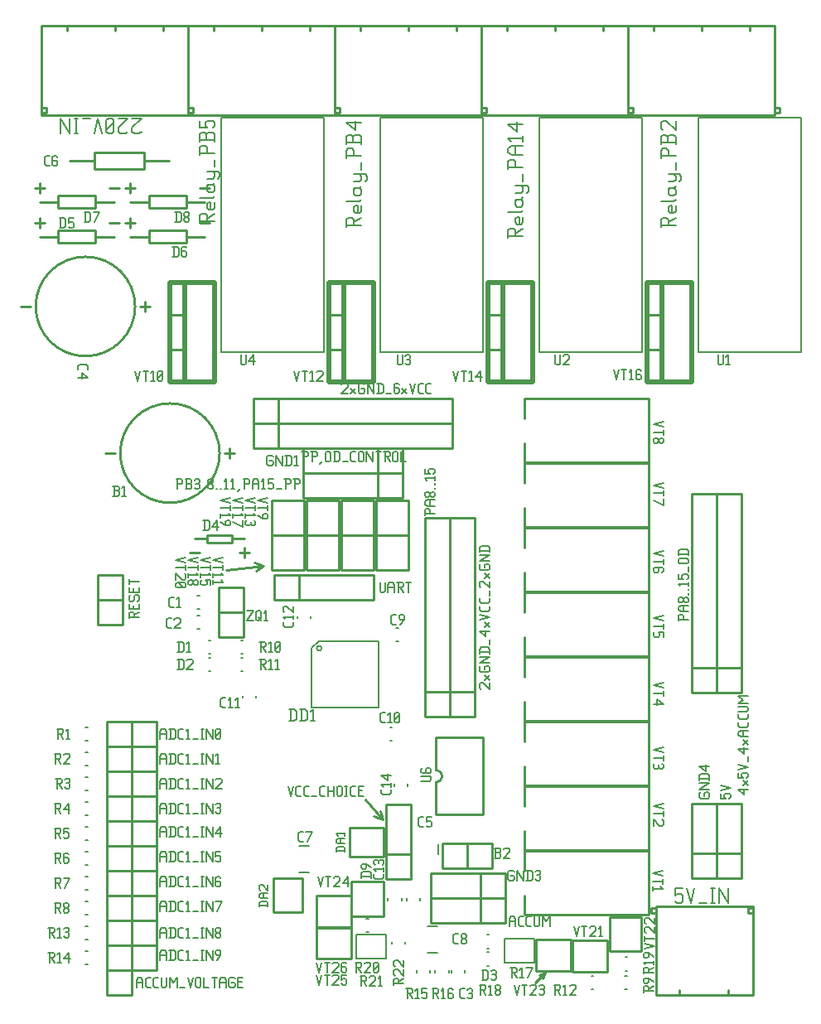
<source format=gbr>
G04 start of page 8 for group -4079 idx -4079 *
G04 Title: (unknown), topsilk *
G04 Creator: pcb 4.1.3 *
G04 CreationDate: Fri Aug 16 20:44:32 2019 UTC *
G04 For: leha *
G04 Format: Gerber/RS-274X *
G04 PCB-Dimensions (mil): 3149.61 3937.01 *
G04 PCB-Coordinate-Origin: lower left *
%MOIN*%
%FSLAX25Y25*%
%LNTOPSILK*%
%ADD104C,0.0079*%
%ADD103C,0.0200*%
%ADD102C,0.0060*%
%ADD101C,0.0080*%
%ADD100C,0.0100*%
%ADD99C,0.0098*%
G54D99*X207500Y7701D02*X211500Y11701D01*
X209000Y10701D01*
X211500Y11701D02*X210500Y9201D01*
X139000Y81201D02*X146000Y73201D01*
X142500Y74701D01*
X146000Y73201D02*X145000Y76701D01*
X83000Y173701D02*X98000Y175201D01*
X94500Y176701D01*
X98000Y175201D02*X95000Y173201D01*
G54D100*X195500Y41701D02*Y31701D01*
X165500Y41701D02*X195500D01*
X165500D02*Y31701D01*
X195500D01*
X185500Y41701D02*X195500D01*
X185500D02*Y31701D01*
G54D101*X188064Y21446D02*X188850D01*
X188064Y26956D02*X188850D01*
X164032Y19744D02*X167968D01*
X164032Y30372D02*X167968D01*
X230107Y10456D02*X230893D01*
X230107Y4946D02*X230893D01*
X188064Y19956D02*X188850D01*
X188064Y14446D02*X188850D01*
X159745Y12551D02*Y11765D01*
X165255Y12551D02*Y11765D01*
X179255Y12551D02*Y11765D01*
X173745Y12551D02*Y11765D01*
X172755Y12551D02*Y11765D01*
X167245Y12551D02*Y11765D01*
G54D100*X207900Y25101D02*X221800D01*
X207900D02*Y12301D01*
X221800D01*
Y25101D02*Y12301D01*
G54D101*X155255Y24094D02*Y23308D01*
X149745Y24094D02*Y23308D01*
G54D102*X135531Y17280D02*X147343D01*
Y27122D02*Y17280D01*
X135531Y27122D02*X147343D01*
X135531D02*Y17280D01*
G54D101*X139607Y33456D02*X140393D01*
X139607Y27946D02*X140393D01*
G54D100*X163000Y114701D02*X173000D01*
Y194701D02*Y114701D01*
X163000Y194701D02*X173000D01*
X163000D02*Y114701D01*
X173000Y124701D02*Y114701D01*
X163000Y124701D02*X173000D01*
Y114701D02*X183000D01*
Y194701D02*Y114701D01*
X173000Y194701D02*X183000D01*
X173000D02*Y114701D01*
X183000Y124701D02*Y114701D01*
X173000Y124701D02*X183000D01*
G54D101*X151607Y144946D02*X152393D01*
X151607Y150456D02*X152393D01*
G54D100*X143500Y187701D02*Y173801D01*
X156300D01*
Y187701D02*Y173801D01*
X143500Y187701D02*X156300D01*
X35000Y22701D02*Y12701D01*
X55000D01*
Y22701D02*Y12701D01*
X35000Y22701D02*X55000D01*
X35000Y12701D02*X45000D01*
Y22701D02*Y12701D01*
X35000D02*Y2701D01*
X45000D01*
Y12701D01*
X35000D01*
Y2701D02*X45000D01*
Y12701D01*
G54D101*X112532Y51887D02*X116468D01*
X112532Y62515D02*X116468D01*
G54D100*X113900Y49801D02*Y35901D01*
X102100Y49801D02*X113900D01*
X102100D02*Y35901D01*
X113900D01*
G54D101*X26607Y24946D02*X27393D01*
X26607Y30456D02*X27393D01*
X26607Y14946D02*X27393D01*
X26607Y20456D02*X27393D01*
X26607Y34946D02*X27393D01*
X26607Y40456D02*X27393D01*
G54D100*X35000Y32701D02*Y22701D01*
X55000D01*
Y32701D02*Y22701D01*
X35000Y32701D02*X55000D01*
X35000Y22701D02*X45000D01*
Y32701D02*Y22701D01*
X119500Y17201D02*X133400D01*
Y30001D02*Y17201D01*
X119500Y30001D02*X133400D01*
X119500D02*Y17201D01*
Y29701D02*X133400D01*
Y42501D02*Y29701D01*
X119500Y42501D02*X133400D01*
X119500D02*Y29701D01*
G54D101*X243607Y10456D02*X244393D01*
X243607Y4946D02*X244393D01*
G54D102*X195235Y25366D02*X207046D01*
X195235D02*Y15524D01*
X207046D01*
Y25366D02*Y15524D01*
G54D100*X222600Y24801D02*X236500D01*
X222600D02*Y12001D01*
X236500D01*
Y24801D02*Y12001D01*
G54D101*X243650Y17956D02*X244436D01*
X243650Y12446D02*X244436D01*
G54D100*X237300Y34101D02*Y20201D01*
X250100D01*
Y34101D02*Y20201D01*
X237300Y34101D02*X250100D01*
X265300Y2701D02*Y4701D01*
X285000Y2701D02*Y4701D01*
X293100Y35701D02*X295100D01*
X293100Y37701D02*Y35701D01*
X295100Y37701D02*X293100D01*
X254100Y35701D02*X256100D01*
X254100Y37701D02*Y35701D01*
X256100Y37701D02*X254100D01*
X295100Y38401D02*Y2701D01*
X256100Y38401D02*X295100D01*
X256100Y2701D02*Y38401D01*
X295100Y2701D02*X256100D01*
X270500Y49701D02*X280500D01*
Y79701D02*Y49701D01*
X270500Y79701D02*X280500D01*
X270500D02*Y49701D01*
X280500Y59701D02*Y49701D01*
X270500Y59701D02*X280500D01*
Y49701D02*X290500D01*
Y79701D02*Y49701D01*
X280500Y79701D02*X290500D01*
X280500D02*Y49701D01*
X290500Y59701D02*Y49701D01*
X280500Y59701D02*X290500D01*
X170000Y63701D02*Y53701D01*
X190000D01*
Y63701D02*Y53701D01*
X170000Y63701D02*X190000D01*
X170000Y53701D02*X180000D01*
Y63701D02*Y53701D01*
X195500Y51701D02*Y41701D01*
X165500Y51701D02*X195500D01*
X165500D02*Y41701D01*
X195500D01*
X185500Y51701D02*X195500D01*
X185500D02*Y41701D01*
X147500Y49201D02*X157500D01*
Y79201D02*Y49201D01*
X147500Y79201D02*X157500D01*
X147500D02*Y49201D01*
X157500Y59201D02*Y49201D01*
X147500Y59201D02*X157500D01*
X132700Y58301D02*X146600D01*
Y70101D02*Y58301D01*
X132700Y70101D02*X146600D01*
X132700D02*Y58301D01*
X133500Y48201D02*Y34301D01*
X146300D01*
Y48201D01*
X133500D01*
G54D101*X148245Y41594D02*Y40808D01*
X153755Y41594D02*Y40808D01*
X155745Y41594D02*Y40808D01*
X161255Y41594D02*Y40808D01*
X157686Y63169D02*Y59233D01*
X168314Y63169D02*Y59233D01*
G54D100*X167500Y75201D02*X186500D01*
Y106201D02*Y75201D01*
X167500Y106201D02*X186500D01*
X167500Y88201D02*Y75201D01*
Y106201D02*Y93201D01*
Y88201D02*G75*G03X167500Y93201I0J2500D01*G01*
G54D101*X149107Y104946D02*X149893D01*
X149107Y110456D02*X149893D01*
X156255Y87594D02*Y86808D01*
X150745Y87594D02*Y86808D01*
G54D100*X270500Y124201D02*X280500D01*
Y204201D02*Y124201D01*
X270500Y204201D02*X280500D01*
X270500D02*Y124201D01*
X280500Y134201D02*Y124201D01*
X270500Y134201D02*X280500D01*
Y124201D02*X290500D01*
Y204201D02*Y124201D01*
X280500Y204201D02*X290500D01*
X280500D02*Y124201D01*
X290500Y134201D02*Y124201D01*
X280500Y134201D02*X290500D01*
X203035Y42779D02*Y34905D01*
Y60496D02*Y52622D01*
Y60496D02*X253232D01*
X203035Y34905D02*X253231D01*
X253232Y34906D01*
Y60496D02*Y34906D01*
X203035Y68779D02*Y60905D01*
Y86496D02*Y78622D01*
Y86496D02*X253232D01*
X203035Y60905D02*X253231D01*
X253232Y60906D01*
Y86496D02*Y60906D01*
X203035Y94779D02*Y86905D01*
Y112496D02*Y104622D01*
Y112496D02*X253232D01*
X203035Y86905D02*X253231D01*
X253232Y86906D01*
Y112496D02*Y86906D01*
X203035Y120779D02*Y112905D01*
Y138496D02*Y130622D01*
Y138496D02*X253232D01*
X203035Y112905D02*X253231D01*
X253232Y112906D01*
Y138496D02*Y112906D01*
X203035Y146779D02*Y138905D01*
Y164496D02*Y156622D01*
Y164496D02*X253232D01*
X203035Y138905D02*X253231D01*
X253232Y138906D01*
Y164496D02*Y138906D01*
X203035Y172779D02*Y164905D01*
Y190496D02*Y182622D01*
Y190496D02*X253232D01*
X203035Y164905D02*X253231D01*
X253232Y164906D01*
Y190496D02*Y164906D01*
X203035Y198779D02*Y190905D01*
Y216496D02*Y208622D01*
Y216496D02*X253232D01*
X203035Y190905D02*X253231D01*
X253232Y190906D01*
Y216496D02*Y190906D01*
X203035Y224779D02*Y216905D01*
Y242496D02*Y234622D01*
Y242496D02*X253232D01*
X203035Y216905D02*X253231D01*
X253232Y216906D01*
Y242496D02*Y216906D01*
X31500Y151701D02*X41500D01*
Y171701D02*Y151701D01*
X31500Y171701D02*X41500D01*
X31500D02*Y151701D01*
X41500Y161701D02*Y151701D01*
X31500Y161701D02*X41500D01*
X82500Y220701D02*X86500D01*
X84500Y222701D02*Y218701D01*
X34500Y220701D02*X38500D01*
X80500D02*G75*G03X80500Y220701I-20000J0D01*G01*
X85600Y186201D02*X90600D01*
X70600D02*X75600D01*
Y184601D02*X85600D01*
X75600Y187801D02*Y184601D01*
Y187801D02*X85600D01*
Y184601D01*
X90600Y182501D02*Y178501D01*
X88600Y180501D02*X92600D01*
X68600D02*X72600D01*
G54D101*X71607Y155456D02*X72393D01*
X71607Y149946D02*X72393D01*
X71607Y163456D02*X72393D01*
X71607Y157946D02*X72393D01*
G54D100*X102500Y171701D02*Y161701D01*
X142500D01*
Y171701D02*Y161701D01*
X102500Y171701D02*X142500D01*
X102500Y161701D02*X112500D01*
Y171701D02*Y161701D01*
X80000Y146701D02*X90000D01*
Y166701D02*Y146701D01*
X80000Y166701D02*X90000D01*
X80000D02*Y146701D01*
X90000Y156701D02*Y146701D01*
X80000Y156701D02*X90000D01*
G54D101*X117255Y155137D02*Y154351D01*
X111745Y155137D02*Y154351D01*
G54D100*X101500Y187701D02*Y173801D01*
X114300D01*
Y187701D02*Y173801D01*
X101500Y187701D02*X114300D01*
X115500D02*Y173801D01*
X128300D01*
Y187701D02*Y173801D01*
X115500Y187701D02*X128300D01*
X154000Y212701D02*Y202701D01*
X114000Y212701D02*X154000D01*
X114000D02*Y202701D01*
X154000D01*
X144000Y212701D02*X154000D01*
X144000D02*Y202701D01*
X154000Y222701D02*Y212701D01*
X114000Y222701D02*X154000D01*
X114000D02*Y212701D01*
X154000D01*
X144000Y222701D02*X154000D01*
X144000D02*Y212701D01*
X94000Y232701D02*Y222701D01*
X174000D01*
Y232701D02*Y222701D01*
X94000Y232701D02*X174000D01*
X94000Y222701D02*X104000D01*
Y232701D02*Y222701D01*
X94000Y242701D02*Y232701D01*
X174000D01*
Y242701D02*Y232701D01*
X94000Y242701D02*X174000D01*
X94000Y232701D02*X104000D01*
Y242701D02*Y232701D01*
X129500Y187701D02*Y173801D01*
X142300D01*
Y187701D02*Y173801D01*
X129500Y187701D02*X142300D01*
X143500Y201701D02*Y187801D01*
X156300D01*
Y201701D02*Y187801D01*
X143500Y201701D02*X156300D01*
X129500D02*Y187801D01*
X142300D01*
Y201701D02*Y187801D01*
X129500Y201701D02*X142300D01*
X115500D02*Y187801D01*
X128300D01*
Y201701D02*Y187801D01*
X115500Y201701D02*X128300D01*
X101500D02*Y187801D01*
X114300D01*
Y201701D02*Y187801D01*
X101500Y201701D02*X114300D01*
G54D101*X26607Y54946D02*X27393D01*
X26607Y60456D02*X27393D01*
X26607Y44946D02*X27393D01*
X26607Y50456D02*X27393D01*
X26607Y74946D02*X27393D01*
X26607Y80456D02*X27393D01*
X26607Y64946D02*X27393D01*
X26607Y70456D02*X27393D01*
G54D100*X35000Y42701D02*Y32701D01*
X55000D01*
Y42701D02*Y32701D01*
X35000Y42701D02*X55000D01*
X35000Y32701D02*X45000D01*
Y42701D02*Y32701D01*
X35000Y52701D02*Y42701D01*
X55000D01*
Y52701D02*Y42701D01*
X35000Y52701D02*X55000D01*
X35000Y42701D02*X45000D01*
Y52701D02*Y42701D01*
X35000Y72701D02*Y62701D01*
X55000D01*
Y72701D02*Y62701D01*
X35000Y72701D02*X55000D01*
X35000Y62701D02*X45000D01*
Y72701D02*Y62701D01*
X35000D02*Y52701D01*
X55000D01*
Y62701D02*Y52701D01*
X35000Y62701D02*X55000D01*
X35000Y52701D02*X45000D01*
Y62701D02*Y52701D01*
X35000Y112701D02*Y102701D01*
X55000D01*
Y112701D02*Y102701D01*
X35000Y112701D02*X55000D01*
X35000Y102701D02*X45000D01*
Y112701D02*Y102701D01*
X35000D02*Y92701D01*
X55000D01*
Y102701D02*Y92701D01*
X35000Y102701D02*X55000D01*
X35000Y92701D02*X45000D01*
Y102701D02*Y92701D01*
X35000D02*Y82701D01*
X55000D01*
Y92701D02*Y82701D01*
X35000Y92701D02*X55000D01*
X35000Y82701D02*X45000D01*
Y92701D02*Y82701D01*
X35000D02*Y72701D01*
X55000D01*
Y82701D02*Y72701D01*
X35000Y82701D02*X55000D01*
X35000Y72701D02*X45000D01*
Y82701D02*Y72701D01*
G54D101*X26607Y84946D02*X27393D01*
X26607Y90456D02*X27393D01*
X26607Y94946D02*X27393D01*
X26607Y100456D02*X27393D01*
X26607Y104946D02*X27393D01*
X26607Y110456D02*X27393D01*
X95255Y123137D02*Y122351D01*
X89745Y123137D02*Y122351D01*
X120521Y145080D02*X144379D01*
Y118322D01*
X117621D02*X144379D01*
X117621Y142180D02*Y118322D01*
Y142180D02*X120521Y145080D01*
X119521Y142180D02*G75*G03X119521Y142180I1000J0D01*G01*
X89107Y138456D02*X89893D01*
X89107Y132946D02*X89893D01*
X76107D02*X76893D01*
X76107Y138456D02*X76893D01*
X76107Y139946D02*X76893D01*
X76107Y145456D02*X76893D01*
X89107D02*X89893D01*
X89107Y139946D02*X89893D01*
G54D100*X57800Y392701D02*Y390701D01*
X38400Y392701D02*Y390701D01*
X19000Y392701D02*Y390701D01*
X8900Y359701D02*X10900D01*
Y357701D01*
X8900D02*X10900D01*
X67900Y359701D02*X69900D01*
Y357701D01*
X67900D02*X69900D01*
X8900Y392701D02*Y356701D01*
X67900D01*
Y392701D02*Y356701D01*
X8900Y392701D02*X67900D01*
X20000Y338201D02*X30000D01*
X50000D02*X60000D01*
X30000Y341501D02*X50000D01*
Y334901D01*
X30000D01*
Y341501D01*
X116800Y392701D02*Y390701D01*
X97400Y392701D02*Y390701D01*
X78000Y392701D02*Y390701D01*
X67900Y359701D02*X69900D01*
Y357701D01*
X67900D02*X69900D01*
X126900Y359701D02*X128900D01*
Y357701D01*
X126900D02*X128900D01*
X67900Y392701D02*Y356701D01*
X126900D01*
Y392701D02*Y356701D01*
X67900Y392701D02*X126900D01*
X175800D02*Y390701D01*
X156400Y392701D02*Y390701D01*
X137000Y392701D02*Y390701D01*
X126900Y359701D02*X128900D01*
Y357701D01*
X126900D02*X128900D01*
X185900Y359701D02*X187900D01*
Y357701D01*
X185900D02*X187900D01*
X126900Y392701D02*Y356701D01*
X185900D01*
Y392701D02*Y356701D01*
X126900Y392701D02*X185900D01*
G54D102*X81067Y261327D02*X122406D01*
Y355815D02*Y261327D01*
X81067Y355815D02*X122406D01*
X81067D02*Y261327D01*
X145067D02*X186406D01*
Y355815D02*Y261327D01*
X145067Y355815D02*X186406D01*
X145067D02*Y261327D01*
G54D103*X124500Y289201D02*Y249201D01*
Y289201D02*X142500D01*
Y249201D01*
X124500D02*X142500D01*
X124500Y289201D02*Y249201D01*
Y289201D02*X130500D01*
Y249201D01*
X124500D02*X130500D01*
G54D100*X124500Y262201D02*X130500D01*
X124500Y276201D02*X130500D01*
X48500Y279701D02*X52500D01*
X50500Y281701D02*Y277701D01*
X500Y279701D02*X4500D01*
X46500D02*G75*G03X46500Y279701I-20000J0D01*G01*
X44500Y307701D02*X52000D01*
X67000D02*X74500D01*
X52000Y310201D02*X67000D01*
Y305201D01*
X52000D02*X67000D01*
X52000Y310201D02*Y305201D01*
X44500Y315401D02*Y311401D01*
X42500Y313401D02*X46500D01*
X72500D02*X76500D01*
G54D103*X60500Y289201D02*Y249201D01*
Y289201D02*X78500D01*
Y249201D01*
X60500D02*X78500D01*
X60500Y289201D02*Y249201D01*
Y289201D02*X66500D01*
Y249201D01*
X60500D02*X66500D01*
G54D100*X60500Y262201D02*X66500D01*
X60500Y276201D02*X66500D01*
X8000Y321701D02*X15500D01*
X30500D02*X38000D01*
X15500Y324201D02*X30500D01*
Y319201D01*
X15500D02*X30500D01*
X15500Y324201D02*Y319201D01*
X8000Y329401D02*Y325401D01*
X6000Y327401D02*X10000D01*
X36000D02*X40000D01*
X8000Y307701D02*X15500D01*
X30500D02*X38000D01*
X15500Y310201D02*X30500D01*
Y305201D01*
X15500D02*X30500D01*
X15500Y310201D02*Y305201D01*
X8000Y315401D02*Y311401D01*
X6000Y313401D02*X10000D01*
X36000D02*X40000D01*
X44500Y321701D02*X52000D01*
X67000D02*X74500D01*
X52000Y324201D02*X67000D01*
Y319201D01*
X52000D02*X67000D01*
X52000Y324201D02*Y319201D01*
X44500Y329401D02*Y325401D01*
X42500Y327401D02*X46500D01*
X72500D02*X76500D01*
X234800Y392701D02*Y390701D01*
X215400Y392701D02*Y390701D01*
X196000Y392701D02*Y390701D01*
X185900Y359701D02*X187900D01*
Y357701D01*
X185900D02*X187900D01*
X244900Y359701D02*X246900D01*
Y357701D01*
X244900D02*X246900D01*
X185900Y392701D02*Y356701D01*
X244900D01*
Y392701D02*Y356701D01*
X185900Y392701D02*X244900D01*
X293800D02*Y390701D01*
X274400Y392701D02*Y390701D01*
X255000Y392701D02*Y390701D01*
X244900Y359701D02*X246900D01*
Y357701D01*
X244900D02*X246900D01*
X303900Y359701D02*X305900D01*
Y357701D01*
X303900D02*X305900D01*
X244900Y392701D02*Y356701D01*
X303900D01*
Y392701D02*Y356701D01*
X244900Y392701D02*X303900D01*
G54D102*X273067Y261327D02*X314406D01*
Y355815D02*Y261327D01*
X273067Y355815D02*X314406D01*
X273067D02*Y261327D01*
X209067D02*X250406D01*
Y355815D02*Y261327D01*
X209067Y355815D02*X250406D01*
X209067D02*Y261327D01*
G54D103*X188500Y289201D02*Y249201D01*
Y289201D02*X206500D01*
Y249201D01*
X188500D02*X206500D01*
X188500Y289201D02*Y249201D01*
Y289201D02*X194500D01*
Y249201D01*
X188500D02*X194500D01*
G54D100*X188500Y262201D02*X194500D01*
X188500Y276201D02*X194500D01*
G54D103*X252500Y289201D02*Y249201D01*
Y289201D02*X270500D01*
Y249201D01*
X252500D02*X270500D01*
X252500Y289201D02*Y249201D01*
Y289201D02*X258500D01*
Y249201D01*
X252500D02*X258500D01*
G54D100*X252500Y262201D02*X258500D01*
X252500Y276201D02*X258500D01*
G54D104*X14000Y59701D02*X16000D01*
X16500Y59201D01*
Y58201D01*
X16000Y57701D02*X16500Y58201D01*
X14500Y57701D02*X16000D01*
X14500Y59701D02*Y55701D01*
X15300Y57701D02*X16500Y55701D01*
X19200Y59701D02*X19700Y59201D01*
X18200Y59701D02*X19200D01*
X17700Y59201D02*X18200Y59701D01*
X17700Y59201D02*Y56201D01*
X18200Y55701D01*
X19200Y57901D02*X19700Y57401D01*
X17700Y57901D02*X19200D01*
X18200Y55701D02*X19200D01*
X19700Y56201D01*
Y57401D02*Y56201D01*
X14000Y49701D02*X16000D01*
X16500Y49201D01*
Y48201D01*
X16000Y47701D02*X16500Y48201D01*
X14500Y47701D02*X16000D01*
X14500Y49701D02*Y45701D01*
X15300Y47701D02*X16500Y45701D01*
X18200D02*X20200Y49701D01*
X17700D02*X20200D01*
X14000Y69701D02*X16000D01*
X16500Y69201D01*
Y68201D01*
X16000Y67701D02*X16500Y68201D01*
X14500Y67701D02*X16000D01*
X14500Y69701D02*Y65701D01*
X15300Y67701D02*X16500Y65701D01*
X17700Y69701D02*X19700D01*
X17700D02*Y67701D01*
X18200Y68201D01*
X19200D01*
X19700Y67701D01*
Y66201D01*
X19200Y65701D02*X19700Y66201D01*
X18200Y65701D02*X19200D01*
X17700Y66201D02*X18200Y65701D01*
X14000Y39701D02*X16000D01*
X16500Y39201D01*
Y38201D01*
X16000Y37701D02*X16500Y38201D01*
X14500Y37701D02*X16000D01*
X14500Y39701D02*Y35701D01*
X15300Y37701D02*X16500Y35701D01*
X17700Y36201D02*X18200Y35701D01*
X17700Y37001D02*Y36201D01*
Y37001D02*X18400Y37701D01*
X19000D01*
X19700Y37001D01*
Y36201D01*
X19200Y35701D02*X19700Y36201D01*
X18200Y35701D02*X19200D01*
X17700Y38401D02*X18400Y37701D01*
X17700Y39201D02*Y38401D01*
Y39201D02*X18200Y39701D01*
X19200D01*
X19700Y39201D01*
Y38401D01*
X19000Y37701D02*X19700Y38401D01*
X14000Y99701D02*X16000D01*
X16500Y99201D01*
Y98201D01*
X16000Y97701D02*X16500Y98201D01*
X14500Y97701D02*X16000D01*
X14500Y99701D02*Y95701D01*
X15300Y97701D02*X16500Y95701D01*
X17700Y99201D02*X18200Y99701D01*
X19700D01*
X20200Y99201D01*
Y98201D01*
X17700Y95701D02*X20200Y98201D01*
X17700Y95701D02*X20200D01*
X56500Y98701D02*Y95701D01*
Y98701D02*X57200Y99701D01*
X58300D01*
X59000Y98701D01*
Y95701D01*
X56500Y97701D02*X59000D01*
X60700Y99701D02*Y95701D01*
X62000Y99701D02*X62700Y99001D01*
Y96401D01*
X62000Y95701D02*X62700Y96401D01*
X60200Y95701D02*X62000D01*
X60200Y99701D02*X62000D01*
X64600Y95701D02*X65900D01*
X63900Y96401D02*X64600Y95701D01*
X63900Y99001D02*Y96401D01*
Y99001D02*X64600Y99701D01*
X65900D01*
X67100Y98901D02*X67900Y99701D01*
Y95701D01*
X67100D02*X68600D01*
X69800D02*X71800D01*
X73000Y99701D02*X74000D01*
X73500D02*Y95701D01*
X73000D02*X74000D01*
X75200Y99701D02*Y95701D01*
Y99701D02*X77700Y95701D01*
Y99701D02*Y95701D01*
X78900Y98901D02*X79700Y99701D01*
Y95701D01*
X78900D02*X80400D01*
X56500Y88701D02*Y85701D01*
Y88701D02*X57200Y89701D01*
X58300D01*
X59000Y88701D01*
Y85701D01*
X56500Y87701D02*X59000D01*
X60700Y89701D02*Y85701D01*
X62000Y89701D02*X62700Y89001D01*
Y86401D01*
X62000Y85701D02*X62700Y86401D01*
X60200Y85701D02*X62000D01*
X60200Y89701D02*X62000D01*
X64600Y85701D02*X65900D01*
X63900Y86401D02*X64600Y85701D01*
X63900Y89001D02*Y86401D01*
Y89001D02*X64600Y89701D01*
X65900D01*
X67100Y88901D02*X67900Y89701D01*
Y85701D01*
X67100D02*X68600D01*
X69800D02*X71800D01*
X73000Y89701D02*X74000D01*
X73500D02*Y85701D01*
X73000D02*X74000D01*
X75200Y89701D02*Y85701D01*
Y89701D02*X77700Y85701D01*
Y89701D02*Y85701D01*
X78900Y89201D02*X79400Y89701D01*
X80900D01*
X81400Y89201D01*
Y88201D01*
X78900Y85701D02*X81400Y88201D01*
X78900Y85701D02*X81400D01*
X56500Y78701D02*Y75701D01*
Y78701D02*X57200Y79701D01*
X58300D01*
X59000Y78701D01*
Y75701D01*
X56500Y77701D02*X59000D01*
X60700Y79701D02*Y75701D01*
X62000Y79701D02*X62700Y79001D01*
Y76401D01*
X62000Y75701D02*X62700Y76401D01*
X60200Y75701D02*X62000D01*
X60200Y79701D02*X62000D01*
X64600Y75701D02*X65900D01*
X63900Y76401D02*X64600Y75701D01*
X63900Y79001D02*Y76401D01*
Y79001D02*X64600Y79701D01*
X65900D01*
X67100Y78901D02*X67900Y79701D01*
Y75701D01*
X67100D02*X68600D01*
X69800D02*X71800D01*
X73000Y79701D02*X74000D01*
X73500D02*Y75701D01*
X73000D02*X74000D01*
X75200Y79701D02*Y75701D01*
Y79701D02*X77700Y75701D01*
Y79701D02*Y75701D01*
X78900Y79201D02*X79400Y79701D01*
X80400D01*
X80900Y79201D01*
X80400Y75701D02*X80900Y76201D01*
X79400Y75701D02*X80400D01*
X78900Y76201D02*X79400Y75701D01*
Y77901D02*X80400D01*
X80900Y79201D02*Y78401D01*
Y77401D02*Y76201D01*
Y77401D02*X80400Y77901D01*
X80900Y78401D02*X80400Y77901D01*
X56500Y39201D02*Y36201D01*
Y39201D02*X57200Y40201D01*
X58300D01*
X59000Y39201D01*
Y36201D01*
X56500Y38201D02*X59000D01*
X60700Y40201D02*Y36201D01*
X62000Y40201D02*X62700Y39501D01*
Y36901D01*
X62000Y36201D02*X62700Y36901D01*
X60200Y36201D02*X62000D01*
X60200Y40201D02*X62000D01*
X64600Y36201D02*X65900D01*
X63900Y36901D02*X64600Y36201D01*
X63900Y39501D02*Y36901D01*
Y39501D02*X64600Y40201D01*
X65900D01*
X67100Y39401D02*X67900Y40201D01*
Y36201D01*
X67100D02*X68600D01*
X69800D02*X71800D01*
X73000Y40201D02*X74000D01*
X73500D02*Y36201D01*
X73000D02*X74000D01*
X75200Y40201D02*Y36201D01*
Y40201D02*X77700Y36201D01*
Y40201D02*Y36201D01*
X79400D02*X81400Y40201D01*
X78900D02*X81400D01*
X56500Y49201D02*Y46201D01*
Y49201D02*X57200Y50201D01*
X58300D01*
X59000Y49201D01*
Y46201D01*
X56500Y48201D02*X59000D01*
X60700Y50201D02*Y46201D01*
X62000Y50201D02*X62700Y49501D01*
Y46901D01*
X62000Y46201D02*X62700Y46901D01*
X60200Y46201D02*X62000D01*
X60200Y50201D02*X62000D01*
X64600Y46201D02*X65900D01*
X63900Y46901D02*X64600Y46201D01*
X63900Y49501D02*Y46901D01*
Y49501D02*X64600Y50201D01*
X65900D01*
X67100Y49401D02*X67900Y50201D01*
Y46201D01*
X67100D02*X68600D01*
X69800D02*X71800D01*
X73000Y50201D02*X74000D01*
X73500D02*Y46201D01*
X73000D02*X74000D01*
X75200Y50201D02*Y46201D01*
Y50201D02*X77700Y46201D01*
Y50201D02*Y46201D01*
X80400Y50201D02*X80900Y49701D01*
X79400Y50201D02*X80400D01*
X78900Y49701D02*X79400Y50201D01*
X78900Y49701D02*Y46701D01*
X79400Y46201D01*
X80400Y48401D02*X80900Y47901D01*
X78900Y48401D02*X80400D01*
X79400Y46201D02*X80400D01*
X80900Y46701D01*
Y47901D02*Y46701D01*
X56500Y69201D02*Y66201D01*
Y69201D02*X57200Y70201D01*
X58300D01*
X59000Y69201D01*
Y66201D01*
X56500Y68201D02*X59000D01*
X60700Y70201D02*Y66201D01*
X62000Y70201D02*X62700Y69501D01*
Y66901D01*
X62000Y66201D02*X62700Y66901D01*
X60200Y66201D02*X62000D01*
X60200Y70201D02*X62000D01*
X64600Y66201D02*X65900D01*
X63900Y66901D02*X64600Y66201D01*
X63900Y69501D02*Y66901D01*
Y69501D02*X64600Y70201D01*
X65900D01*
X67100Y69401D02*X67900Y70201D01*
Y66201D01*
X67100D02*X68600D01*
X69800D02*X71800D01*
X73000Y70201D02*X74000D01*
X73500D02*Y66201D01*
X73000D02*X74000D01*
X75200Y70201D02*Y66201D01*
Y70201D02*X77700Y66201D01*
Y70201D02*Y66201D01*
X78900Y67701D02*X80900Y70201D01*
X78900Y67701D02*X81400D01*
X80900Y70201D02*Y66201D01*
X56500Y59201D02*Y56201D01*
Y59201D02*X57200Y60201D01*
X58300D01*
X59000Y59201D01*
Y56201D01*
X56500Y58201D02*X59000D01*
X60700Y60201D02*Y56201D01*
X62000Y60201D02*X62700Y59501D01*
Y56901D01*
X62000Y56201D02*X62700Y56901D01*
X60200Y56201D02*X62000D01*
X60200Y60201D02*X62000D01*
X64600Y56201D02*X65900D01*
X63900Y56901D02*X64600Y56201D01*
X63900Y59501D02*Y56901D01*
Y59501D02*X64600Y60201D01*
X65900D01*
X67100Y59401D02*X67900Y60201D01*
Y56201D01*
X67100D02*X68600D01*
X69800D02*X71800D01*
X73000Y60201D02*X74000D01*
X73500D02*Y56201D01*
X73000D02*X74000D01*
X75200Y60201D02*Y56201D01*
Y60201D02*X77700Y56201D01*
Y60201D02*Y56201D01*
X78900Y60201D02*X80900D01*
X78900D02*Y58201D01*
X79400Y58701D01*
X80400D01*
X80900Y58201D01*
Y56701D01*
X80400Y56201D02*X80900Y56701D01*
X79400Y56201D02*X80400D01*
X78900Y56701D02*X79400Y56201D01*
X14000Y79701D02*X16000D01*
X16500Y79201D01*
Y78201D01*
X16000Y77701D02*X16500Y78201D01*
X14500Y77701D02*X16000D01*
X14500Y79701D02*Y75701D01*
X15300Y77701D02*X16500Y75701D01*
X17700Y77201D02*X19700Y79701D01*
X17700Y77201D02*X20200D01*
X19700Y79701D02*Y75701D01*
X14500Y89701D02*X16500D01*
X17000Y89201D01*
Y88201D01*
X16500Y87701D02*X17000Y88201D01*
X15000Y87701D02*X16500D01*
X15000Y89701D02*Y85701D01*
X15800Y87701D02*X17000Y85701D01*
X18200Y89201D02*X18700Y89701D01*
X19700D01*
X20200Y89201D01*
X19700Y85701D02*X20200Y86201D01*
X18700Y85701D02*X19700D01*
X18200Y86201D02*X18700Y85701D01*
Y87901D02*X19700D01*
X20200Y89201D02*Y88401D01*
Y87401D02*Y86201D01*
Y87401D02*X19700Y87901D01*
X20200Y88401D02*X19700Y87901D01*
X15000Y109701D02*X17000D01*
X17500Y109201D01*
Y108201D01*
X17000Y107701D02*X17500Y108201D01*
X15500Y107701D02*X17000D01*
X15500Y109701D02*Y105701D01*
X16300Y107701D02*X17500Y105701D01*
X18700Y108901D02*X19500Y109701D01*
Y105701D01*
X18700D02*X20200D01*
X120000Y50201D02*X121000Y46201D01*
X122000Y50201D01*
X123200D02*X125200D01*
X124200D02*Y46201D01*
X126400Y49701D02*X126900Y50201D01*
X128400D01*
X128900Y49701D01*
Y48701D01*
X126400Y46201D02*X128900Y48701D01*
X126400Y46201D02*X128900D01*
X130100Y47701D02*X132100Y50201D01*
X130100Y47701D02*X132600D01*
X132100Y50201D02*Y46201D01*
X137500Y50201D02*X141500D01*
X137500Y51501D02*X138200Y52201D01*
X140800D01*
X141500Y51501D02*X140800Y52201D01*
X141500Y51501D02*Y49701D01*
X137500Y51501D02*Y49701D01*
X141500Y53901D02*X139500Y55401D01*
X138000D02*X139500D01*
X137500Y54901D02*X138000Y55401D01*
X137500Y54901D02*Y53901D01*
X138000Y53401D02*X137500Y53901D01*
X138000Y53401D02*X139000D01*
X139500Y53901D01*
Y55401D02*Y53901D01*
X146500Y51201D02*Y49901D01*
X145800Y49201D02*X146500Y49901D01*
X143200Y49201D02*X145800D01*
X143200D02*X142500Y49901D01*
Y51201D02*Y49901D01*
X143300Y52401D02*X142500Y53201D01*
X146500D01*
Y53901D02*Y52401D01*
X143000Y55101D02*X142500Y55601D01*
Y56601D02*Y55601D01*
Y56601D02*X143000Y57101D01*
X146500Y56601D02*X146000Y57101D01*
X146500Y56601D02*Y55601D01*
X146000Y55101D02*X146500Y55601D01*
X144300Y56601D02*Y55601D01*
X143000Y57101D02*X143800D01*
X144800D02*X146000D01*
X144800D02*X144300Y56601D01*
X143800Y57101D02*X144300Y56601D01*
X258711Y52646D02*X254711Y51646D01*
X258711Y50646D01*
Y49446D02*Y47446D01*
X254711Y48446D02*X258711D01*
X257911Y46246D02*X258711Y45446D01*
X254711D02*X258711D01*
X254711Y46246D02*Y44746D01*
X161200Y70201D02*X162500D01*
X160500Y70901D02*X161200Y70201D01*
X160500Y73501D02*Y70901D01*
Y73501D02*X161200Y74201D01*
X162500D01*
X163700D02*X165700D01*
X163700D02*Y72201D01*
X164200Y72701D01*
X165200D01*
X165700Y72201D01*
Y70701D01*
X165200Y70201D02*X165700Y70701D01*
X164200Y70201D02*X165200D01*
X163700Y70701D02*X164200Y70201D01*
X149500Y85201D02*Y83901D01*
X148800Y83201D02*X149500Y83901D01*
X146200Y83201D02*X148800D01*
X146200D02*X145500Y83901D01*
Y85201D02*Y83901D01*
X146300Y86401D02*X145500Y87201D01*
X149500D01*
Y87901D02*Y86401D01*
X148000Y89101D02*X145500Y91101D01*
X148000Y91601D02*Y89101D01*
X145500Y91101D02*X149500D01*
X259000Y79701D02*X255000Y78701D01*
X259000Y77701D01*
Y76501D02*Y74501D01*
X255000Y75501D02*X259000D01*
X258500Y73301D02*X259000Y72801D01*
Y71301D01*
X258500Y70801D01*
X257500D02*X258500D01*
X255000Y73301D02*X257500Y70801D01*
X255000Y73301D02*Y70801D01*
X259000Y102201D02*X255000Y101201D01*
X259000Y100201D01*
Y99001D02*Y97001D01*
X255000Y98001D02*X259000D01*
X258500Y95801D02*X259000Y95301D01*
Y94301D01*
X258500Y93801D01*
X255000Y94301D02*X255500Y93801D01*
X255000Y95301D02*Y94301D01*
X255500Y95801D02*X255000Y95301D01*
X257200D02*Y94301D01*
X257700Y93801D02*X258500D01*
X255500D02*X256700D01*
X257200Y94301D01*
X257700Y93801D02*X257200Y94301D01*
X44000Y156201D02*Y154201D01*
Y156201D02*X44500Y156701D01*
X45500D01*
X46000Y156201D02*X45500Y156701D01*
X46000Y156201D02*Y154701D01*
X44000D02*X48000D01*
X46000Y155501D02*X48000Y156701D01*
X45800Y159401D02*Y157901D01*
X48000Y159901D02*Y157901D01*
X44000D02*X48000D01*
X44000Y159901D02*Y157901D01*
Y163101D02*X44500Y163601D01*
X44000Y163101D02*Y161601D01*
X44500Y161101D02*X44000Y161601D01*
X44500Y161101D02*X45500D01*
X46000Y161601D01*
Y163101D02*Y161601D01*
Y163101D02*X46500Y163601D01*
X47500D01*
X48000Y163101D02*X47500Y163601D01*
X48000Y163101D02*Y161601D01*
X47500Y161101D02*X48000Y161601D01*
X45800Y166301D02*Y164801D01*
X48000Y166801D02*Y164801D01*
X44000D02*X48000D01*
X44000Y166801D02*Y164801D01*
Y170001D02*Y168001D01*
Y169001D02*X48000D01*
X37500Y203401D02*X39500D01*
X40000Y203901D01*
Y205101D02*Y203901D01*
X39500Y205601D02*X40000Y205101D01*
X38000Y205601D02*X39500D01*
X38000Y207401D02*Y203401D01*
X37500Y207401D02*X39500D01*
X40000Y206901D01*
Y206101D01*
X39500Y205601D02*X40000Y206101D01*
X41200Y206601D02*X42000Y207401D01*
Y203401D01*
X41200D02*X42700D01*
X23500Y255501D02*Y254201D01*
X24200Y256201D02*X23500Y255501D01*
X24200Y256201D02*X26800D01*
X27500Y255501D01*
Y254201D01*
X25000Y253001D02*X27500Y251001D01*
X25000Y253001D02*Y250501D01*
X23500Y251001D02*X27500D01*
X46500Y253701D02*X47500Y249701D01*
X48500Y253701D01*
X49700D02*X51700D01*
X50700D02*Y249701D01*
X52900Y252901D02*X53700Y253701D01*
Y249701D01*
X52900D02*X54400D01*
X55600Y250201D02*X56100Y249701D01*
X55600Y253201D02*Y250201D01*
Y253201D02*X56100Y253701D01*
X57100D01*
X57600Y253201D01*
Y250201D01*
X57100Y249701D02*X57600Y250201D01*
X56100Y249701D02*X57100D01*
X55600Y250701D02*X57600Y252701D01*
X74400Y193601D02*Y189601D01*
X75700Y193601D02*X76400Y192901D01*
Y190301D01*
X75700Y189601D02*X76400Y190301D01*
X73900Y189601D02*X75700D01*
X73900Y193601D02*X75700D01*
X77600Y191101D02*X79600Y193601D01*
X77600Y191101D02*X80100D01*
X79600Y193601D02*Y189601D01*
X66800Y178701D02*X62800Y177701D01*
X66800Y176701D01*
Y175501D02*Y173501D01*
X62800Y174501D02*X66800D01*
X66300Y172301D02*X66800Y171801D01*
Y170301D01*
X66300Y169801D01*
X65300D02*X66300D01*
X62800Y172301D02*X65300Y169801D01*
X62800Y172301D02*Y169801D01*
X63300Y168601D02*X62800Y168101D01*
X63300Y168601D02*X66300D01*
X66800Y168101D01*
Y167101D01*
X66300Y166601D01*
X63300D02*X66300D01*
X62800Y167101D02*X63300Y166601D01*
X62800Y168101D02*Y167101D01*
X63800Y168601D02*X65800Y166601D01*
X71800Y178701D02*X67800Y177701D01*
X71800Y176701D01*
Y175501D02*Y173501D01*
X67800Y174501D02*X71800D01*
X71000Y172301D02*X71800Y171501D01*
X67800D02*X71800D01*
X67800Y172301D02*Y170801D01*
X68300Y169601D02*X67800Y169101D01*
X68300Y169601D02*X69100D01*
X69800Y168901D01*
Y168301D01*
X69100Y167601D01*
X68300D02*X69100D01*
X67800Y168101D02*X68300Y167601D01*
X67800Y169101D02*Y168101D01*
X70500Y169601D02*X69800Y168901D01*
X70500Y169601D02*X71300D01*
X71800Y169101D01*
Y168101D01*
X71300Y167601D01*
X70500D02*X71300D01*
X69800Y168301D02*X70500Y167601D01*
X76800Y178701D02*X72800Y177701D01*
X76800Y176701D01*
Y175501D02*Y173501D01*
X72800Y174501D02*X76800D01*
X76000Y172301D02*X76800Y171501D01*
X72800D02*X76800D01*
X72800Y172301D02*Y170801D01*
X76800Y169601D02*Y167601D01*
X74800Y169601D02*X76800D01*
X74800D02*X75300Y169101D01*
Y168101D01*
X74800Y167601D01*
X73300D02*X74800D01*
X72800Y168101D02*X73300Y167601D01*
X72800Y169101D02*Y168101D01*
X73300Y169601D02*X72800Y169101D01*
X81800Y178701D02*X77800Y177701D01*
X81800Y176701D01*
Y175501D02*Y173501D01*
X77800Y174501D02*X81800D01*
X81000Y172301D02*X81800Y171501D01*
X77800D02*X81800D01*
X77800Y172301D02*Y170801D01*
X81000Y169601D02*X81800Y168801D01*
X77800D02*X81800D01*
X77800Y169601D02*Y168101D01*
X63500Y210201D02*Y206201D01*
X63000Y210201D02*X65000D01*
X65500Y209701D01*
Y208701D01*
X65000Y208201D02*X65500Y208701D01*
X63500Y208201D02*X65000D01*
X66700Y206201D02*X68700D01*
X69200Y206701D01*
Y207901D02*Y206701D01*
X68700Y208401D02*X69200Y207901D01*
X67200Y208401D02*X68700D01*
X67200Y210201D02*Y206201D01*
X66700Y210201D02*X68700D01*
X69200Y209701D01*
Y208901D01*
X68700Y208401D02*X69200Y208901D01*
X70400Y209701D02*X70900Y210201D01*
X71900D01*
X72400Y209701D01*
X71900Y206201D02*X72400Y206701D01*
X70900Y206201D02*X71900D01*
X70400Y206701D02*X70900Y206201D01*
Y208401D02*X71900D01*
X72400Y209701D02*Y208901D01*
Y207901D02*Y206701D01*
Y207901D02*X71900Y208401D01*
X72400Y208901D02*X71900Y208401D01*
X73600Y205201D02*X74600Y206201D01*
X75800Y206701D02*X76300Y206201D01*
X75800Y207501D02*Y206701D01*
Y207501D02*X76500Y208201D01*
X77100D01*
X77800Y207501D01*
Y206701D01*
X77300Y206201D02*X77800Y206701D01*
X76300Y206201D02*X77300D01*
X75800Y208901D02*X76500Y208201D01*
X75800Y209701D02*Y208901D01*
Y209701D02*X76300Y210201D01*
X77300D01*
X77800Y209701D01*
Y208901D01*
X77100Y208201D02*X77800Y208901D01*
X79000Y206201D02*X79500D01*
X80700D02*X81200D01*
X82400Y209401D02*X83200Y210201D01*
Y206201D01*
X82400D02*X83900D01*
X85100Y209401D02*X85900Y210201D01*
Y206201D01*
X85100D02*X86600D01*
X87800Y205201D02*X88800Y206201D01*
X90500Y210201D02*Y206201D01*
X90000Y210201D02*X92000D01*
X92500Y209701D01*
Y208701D01*
X92000Y208201D02*X92500Y208701D01*
X90500Y208201D02*X92000D01*
X93700Y209201D02*Y206201D01*
Y209201D02*X94400Y210201D01*
X95500D01*
X96200Y209201D01*
Y206201D01*
X93700Y208201D02*X96200D01*
X97400Y209401D02*X98200Y210201D01*
Y206201D01*
X97400D02*X98900D01*
X100100Y210201D02*X102100D01*
X100100D02*Y208201D01*
X100600Y208701D01*
X101600D01*
X102100Y208201D01*
Y206701D01*
X101600Y206201D02*X102100Y206701D01*
X100600Y206201D02*X101600D01*
X100100Y206701D02*X100600Y206201D01*
X103300D02*X105300D01*
X107000Y210201D02*Y206201D01*
X106500Y210201D02*X108500D01*
X109000Y209701D01*
Y208701D01*
X108500Y208201D02*X109000Y208701D01*
X107000Y208201D02*X108500D01*
X110700Y210201D02*Y206201D01*
X110200Y210201D02*X112200D01*
X112700Y209701D01*
Y208701D01*
X112200Y208201D02*X112700Y208701D01*
X110700Y208201D02*X112200D01*
X101500Y219701D02*X102000Y219201D01*
X100000Y219701D02*X101500D01*
X99500Y219201D02*X100000Y219701D01*
X99500Y219201D02*Y216201D01*
X100000Y215701D01*
X101500D01*
X102000Y216201D01*
Y217201D02*Y216201D01*
X101500Y217701D02*X102000Y217201D01*
X100500Y217701D02*X101500D01*
X103200Y219701D02*Y215701D01*
Y219701D02*X105700Y215701D01*
Y219701D02*Y215701D01*
X107400Y219701D02*Y215701D01*
X108700Y219701D02*X109400Y219001D01*
Y216401D01*
X108700Y215701D02*X109400Y216401D01*
X106900Y215701D02*X108700D01*
X106900Y219701D02*X108700D01*
X110600Y218901D02*X111400Y219701D01*
Y215701D01*
X110600D02*X112100D01*
X99800Y202701D02*X95800Y201701D01*
X99800Y200701D01*
Y199501D02*Y197501D01*
X95800Y198501D02*X99800D01*
X95800Y195801D02*X97800Y194301D01*
X99300D01*
X99800Y194801D02*X99300Y194301D01*
X99800Y195801D02*Y194801D01*
X99300Y196301D02*X99800Y195801D01*
X98300Y196301D02*X99300D01*
X98300D02*X97800Y195801D01*
Y194301D01*
X94800Y202701D02*X90800Y201701D01*
X94800Y200701D01*
Y199501D02*Y197501D01*
X90800Y198501D02*X94800D01*
X94000Y196301D02*X94800Y195501D01*
X90800D02*X94800D01*
X90800Y196301D02*Y194801D01*
X94300Y193601D02*X94800Y193101D01*
Y192101D01*
X94300Y191601D01*
X90800Y192101D02*X91300Y191601D01*
X90800Y193101D02*Y192101D01*
X91300Y193601D02*X90800Y193101D01*
X93000D02*Y192101D01*
X93500Y191601D02*X94300D01*
X91300D02*X92500D01*
X93000Y192101D01*
X93500Y191601D02*X93000Y192101D01*
X89800Y202701D02*X85800Y201701D01*
X89800Y200701D01*
Y199501D02*Y197501D01*
X85800Y198501D02*X89800D01*
X89000Y196301D02*X89800Y195501D01*
X85800D02*X89800D01*
X85800Y196301D02*Y194801D01*
Y193101D02*X89800Y191101D01*
Y193601D02*Y191101D01*
X84800Y202701D02*X80800Y201701D01*
X84800Y200701D01*
Y199501D02*Y197501D01*
X80800Y198501D02*X84800D01*
X84000Y196301D02*X84800Y195501D01*
X80800D02*X84800D01*
X80800Y196301D02*Y194801D01*
Y193101D02*X82800Y191601D01*
X84300D01*
X84800Y192101D02*X84300Y191601D01*
X84800Y193101D02*Y192101D01*
X84300Y193601D02*X84800Y193101D01*
X83300Y193601D02*X84300D01*
X83300D02*X82800Y193101D01*
Y191601D01*
X89000Y260201D02*Y256701D01*
X89500Y256201D01*
X90500D01*
X91000Y256701D01*
Y260201D02*Y256701D01*
X92200Y257701D02*X94200Y260201D01*
X92200Y257701D02*X94700D01*
X94200Y260201D02*Y256201D01*
X185500Y125701D02*X185000Y126201D01*
Y127701D02*Y126201D01*
Y127701D02*X185500Y128201D01*
X186500D01*
X189000Y125701D02*X186500Y128201D01*
X189000D02*Y125701D01*
X187000Y129401D02*X189000Y131401D01*
Y129401D02*X187000Y131401D01*
X185000Y134601D02*X185500Y135101D01*
X185000Y134601D02*Y133101D01*
X185500Y132601D02*X185000Y133101D01*
X185500Y132601D02*X188500D01*
X189000Y133101D01*
Y134601D02*Y133101D01*
Y134601D02*X188500Y135101D01*
X187500D02*X188500D01*
X187000Y134601D02*X187500Y135101D01*
X187000Y134601D02*Y133601D01*
X185000Y136301D02*X189000D01*
X185000D02*X189000Y138801D01*
X185000D02*X189000D01*
X185000Y140501D02*X189000D01*
X185000Y141801D02*X185700Y142501D01*
X188300D01*
X189000Y141801D02*X188300Y142501D01*
X189000Y141801D02*Y140001D01*
X185000Y141801D02*Y140001D01*
X189000Y145701D02*Y143701D01*
X187500Y146901D02*X185000Y148901D01*
X187500Y149401D02*Y146901D01*
X185000Y148901D02*X189000D01*
X187000Y150601D02*X189000Y152601D01*
Y150601D02*X187000Y152601D01*
X185000Y153801D02*X189000Y154801D01*
X185000Y155801D01*
X189000Y159001D02*Y157701D01*
X188300Y157001D02*X189000Y157701D01*
X185700Y157001D02*X188300D01*
X185700D02*X185000Y157701D01*
Y159001D02*Y157701D01*
X189000Y162201D02*Y160901D01*
X188300Y160201D02*X189000Y160901D01*
X185700Y160201D02*X188300D01*
X185700D02*X185000Y160901D01*
Y162201D02*Y160901D01*
X189000Y165401D02*Y163401D01*
X185500Y166601D02*X185000Y167101D01*
Y168601D02*Y167101D01*
Y168601D02*X185500Y169101D01*
X186500D01*
X189000Y166601D02*X186500Y169101D01*
X189000D02*Y166601D01*
X187000Y170301D02*X189000Y172301D01*
Y170301D02*X187000Y172301D01*
X185000Y175501D02*X185500Y176001D01*
X185000Y175501D02*Y174001D01*
X185500Y173501D02*X185000Y174001D01*
X185500Y173501D02*X188500D01*
X189000Y174001D01*
Y175501D02*Y174001D01*
Y175501D02*X188500Y176001D01*
X187500D02*X188500D01*
X187000Y175501D02*X187500Y176001D01*
X187000Y175501D02*Y174501D01*
X185000Y177201D02*X189000D01*
X185000D02*X189000Y179701D01*
X185000D02*X189000D01*
X185000Y181401D02*X189000D01*
X185000Y182701D02*X185700Y183401D01*
X188300D01*
X189000Y182701D02*X188300Y183401D01*
X189000Y182701D02*Y180901D01*
X185000Y182701D02*Y180901D01*
X145000Y168701D02*Y165201D01*
X145500Y164701D01*
X146500D01*
X147000Y165201D01*
Y168701D02*Y165201D01*
X148200Y167701D02*Y164701D01*
Y167701D02*X148900Y168701D01*
X150000D01*
X150700Y167701D01*
Y164701D01*
X148200Y166701D02*X150700D01*
X151900Y168701D02*X153900D01*
X154400Y168201D01*
Y167201D01*
X153900Y166701D02*X154400Y167201D01*
X152400Y166701D02*X153900D01*
X152400Y168701D02*Y164701D01*
X153200Y166701D02*X154400Y164701D01*
X155600Y168701D02*X157600D01*
X156600D02*Y164701D01*
X150200Y151701D02*X151500D01*
X149500Y152401D02*X150200Y151701D01*
X149500Y155001D02*Y152401D01*
Y155001D02*X150200Y155701D01*
X151500D01*
X153200Y151701D02*X154700Y153701D01*
Y155201D02*Y153701D01*
X154200Y155701D02*X154700Y155201D01*
X153200Y155701D02*X154200D01*
X152700Y155201D02*X153200Y155701D01*
X152700Y155201D02*Y154201D01*
X153200Y153701D01*
X154700D01*
X91500Y157201D02*X94000D01*
X91500Y153201D02*X94000Y157201D01*
X91500Y153201D02*X94000D01*
X95200Y156701D02*Y153701D01*
Y156701D02*X95700Y157201D01*
X96700D01*
X97200Y156701D01*
Y154201D01*
X96200Y153201D02*X97200Y154201D01*
X95700Y153201D02*X96200D01*
X95200Y153701D02*X95700Y153201D01*
X96200Y154701D02*X97200Y153201D01*
X98400Y156401D02*X99200Y157201D01*
Y153201D01*
X98400D02*X99900D01*
X110000Y152658D02*Y151358D01*
X109300Y150658D02*X110000Y151358D01*
X106700Y150658D02*X109300D01*
X106700D02*X106000Y151358D01*
Y152658D02*Y151358D01*
X106800Y153858D02*X106000Y154658D01*
X110000D01*
Y155358D02*Y153858D01*
X106500Y156558D02*X106000Y157058D01*
Y158558D02*Y157058D01*
Y158558D02*X106500Y159058D01*
X107500D01*
X110000Y156558D02*X107500Y159058D01*
X110000D02*Y156558D01*
X109085Y117531D02*Y112851D01*
X110606Y117531D02*X111425Y116712D01*
Y113670D01*
X110606Y112851D02*X111425Y113670D01*
X108500Y112851D02*X110606D01*
X108500Y117531D02*X110606D01*
X113414D02*Y112851D01*
X114935Y117531D02*X115754Y116712D01*
Y113670D01*
X114935Y112851D02*X115754Y113670D01*
X112829Y112851D02*X114935D01*
X112829Y117531D02*X114935D01*
X117158Y116595D02*X118094Y117531D01*
Y112851D01*
X117158D02*X118913D01*
X96500Y137701D02*X98500D01*
X99000Y137201D01*
Y136201D01*
X98500Y135701D02*X99000Y136201D01*
X97000Y135701D02*X98500D01*
X97000Y137701D02*Y133701D01*
X97800Y135701D02*X99000Y133701D01*
X100200Y136901D02*X101000Y137701D01*
Y133701D01*
X100200D02*X101700D01*
X102900Y136901D02*X103700Y137701D01*
Y133701D01*
X102900D02*X104400D01*
X96500Y144701D02*X98500D01*
X99000Y144201D01*
Y143201D01*
X98500Y142701D02*X99000Y143201D01*
X97000Y142701D02*X98500D01*
X97000Y144701D02*Y140701D01*
X97800Y142701D02*X99000Y140701D01*
X100200Y143901D02*X101000Y144701D01*
Y140701D01*
X100200D02*X101700D01*
X102900Y141201D02*X103400Y140701D01*
X102900Y144201D02*Y141201D01*
Y144201D02*X103400Y144701D01*
X104400D01*
X104900Y144201D01*
Y141201D01*
X104400Y140701D02*X104900Y141201D01*
X103400Y140701D02*X104400D01*
X102900Y141701D02*X104900Y143701D01*
X265000Y153701D02*X269000D01*
X265000Y155201D02*Y153201D01*
Y155201D02*X265500Y155701D01*
X266500D01*
X267000Y155201D02*X266500Y155701D01*
X267000Y155201D02*Y153701D01*
X266000Y156901D02*X269000D01*
X266000D02*X265000Y157601D01*
Y158701D02*Y157601D01*
Y158701D02*X266000Y159401D01*
X269000D01*
X267000D02*Y156901D01*
X268500Y160601D02*X269000Y161101D01*
X267700Y160601D02*X268500D01*
X267700D02*X267000Y161301D01*
Y161901D02*Y161301D01*
Y161901D02*X267700Y162601D01*
X268500D01*
X269000Y162101D02*X268500Y162601D01*
X269000Y162101D02*Y161101D01*
X266300Y160601D02*X267000Y161301D01*
X265500Y160601D02*X266300D01*
X265500D02*X265000Y161101D01*
Y162101D02*Y161101D01*
Y162101D02*X265500Y162601D01*
X266300D01*
X267000Y161901D02*X266300Y162601D01*
X269000Y164301D02*Y163801D01*
Y166001D02*Y165501D01*
X265800Y167201D02*X265000Y168001D01*
X269000D01*
Y168701D02*Y167201D01*
X265000Y171901D02*Y169901D01*
X267000D01*
X266500Y170401D01*
Y171401D02*Y170401D01*
Y171401D02*X267000Y171901D01*
X268500D01*
X269000Y171401D02*X268500Y171901D01*
X269000Y171401D02*Y170401D01*
X268500Y169901D02*X269000Y170401D01*
Y175101D02*Y173101D01*
X265500Y176301D02*X268500D01*
X265500D02*X265000Y176801D01*
Y177801D02*Y176801D01*
Y177801D02*X265500Y178301D01*
X268500D01*
X269000Y177801D02*X268500Y178301D01*
X269000Y177801D02*Y176801D01*
X268500Y176301D02*X269000Y176801D01*
X265000Y180001D02*X269000D01*
X265000Y181301D02*X265700Y182001D01*
X268300D01*
X269000Y181301D02*X268300Y182001D01*
X269000Y181301D02*Y179501D01*
X265000Y181301D02*Y179501D01*
X259000Y128201D02*X255000Y127201D01*
X259000Y126201D01*
Y125001D02*Y123001D01*
X255000Y124001D02*X259000D01*
X256500Y121801D02*X259000Y119801D01*
X256500Y121801D02*Y119301D01*
X255000Y119801D02*X259000D01*
Y155201D02*X255000Y154201D01*
X259000Y153201D01*
Y152001D02*Y150001D01*
X255000Y151001D02*X259000D01*
Y148801D02*Y146801D01*
X257000Y148801D02*X259000D01*
X257000D02*X257500Y148301D01*
Y147301D01*
X257000Y146801D01*
X255500D02*X257000D01*
X255000Y147301D02*X255500Y146801D01*
X255000Y148301D02*Y147301D01*
X255500Y148801D02*X255000Y148301D01*
X259000Y181201D02*X255000Y180201D01*
X259000Y179201D01*
Y178001D02*Y176001D01*
X255000Y177001D02*X259000D01*
Y173301D02*X258500Y172801D01*
X259000Y174301D02*Y173301D01*
X258500Y174801D02*X259000Y174301D01*
X255500Y174801D02*X258500D01*
X255500D02*X255000Y174301D01*
X257200Y173301D02*X256700Y172801D01*
X257200Y174801D02*Y173301D01*
X255000Y174301D02*Y173301D01*
X255500Y172801D01*
X256700D01*
X259000Y208701D02*X255000Y207701D01*
X259000Y206701D01*
Y205501D02*Y203501D01*
X255000Y204501D02*X259000D01*
X255000Y201801D02*X259000Y199801D01*
Y202301D02*Y199801D01*
Y233201D02*X255000Y232201D01*
X259000Y231201D01*
Y230001D02*Y228001D01*
X255000Y229001D02*X259000D01*
X255500Y226801D02*X255000Y226301D01*
X255500Y226801D02*X256300D01*
X257000Y226101D01*
Y225501D01*
X256300Y224801D01*
X255500D02*X256300D01*
X255000Y225301D02*X255500Y224801D01*
X255000Y226301D02*Y225301D01*
X257700Y226801D02*X257000Y226101D01*
X257700Y226801D02*X258500D01*
X259000Y226301D01*
Y225301D01*
X258500Y224801D01*
X257700D02*X258500D01*
X257000Y225501D02*X257700Y224801D01*
X196500Y310201D02*Y307201D01*
Y310201D02*X197250Y310951D01*
X198750D01*
X199500Y310201D02*X198750Y310951D01*
X199500Y310201D02*Y307951D01*
X196500D02*X202500D01*
X199500Y309151D02*X202500Y310951D01*
Y315751D02*Y313501D01*
X201750Y312751D02*X202500Y313501D01*
X200250Y312751D02*X201750D01*
X200250D02*X199500Y313501D01*
Y315001D02*Y313501D01*
Y315001D02*X200250Y315751D01*
X201000D02*Y312751D01*
X200250Y315751D02*X201000D01*
X196500Y317551D02*X201750D01*
X202500Y318301D01*
X199500Y322051D02*X200250Y322801D01*
X199500Y322051D02*Y320551D01*
X200250Y319801D02*X199500Y320551D01*
X200250Y319801D02*X201750D01*
X202500Y320551D01*
X199500Y322801D02*X201750D01*
X202500Y323551D01*
Y322051D02*Y320551D01*
Y322051D02*X201750Y322801D01*
X199500Y325351D02*X201750D01*
X202500Y326101D01*
X199500Y328351D02*X204000D01*
X204750Y327601D02*X204000Y328351D01*
X204750Y327601D02*Y326101D01*
X204000Y325351D02*X204750Y326101D01*
X202500Y327601D02*Y326101D01*
Y327601D02*X201750Y328351D01*
X202500Y333151D02*Y330151D01*
X196500Y335701D02*X202500D01*
X196500Y337951D02*Y334951D01*
Y337951D02*X197250Y338701D01*
X198750D01*
X199500Y337951D02*X198750Y338701D01*
X199500Y337951D02*Y335701D01*
X198000Y340501D02*X202500D01*
X198000D02*X196500Y341551D01*
Y343201D02*Y341551D01*
Y343201D02*X198000Y344251D01*
X202500D01*
X199500D02*Y340501D01*
X197700Y346051D02*X196500Y347251D01*
X202500D01*
Y348301D02*Y346051D01*
X200250Y350101D02*X196500Y353101D01*
X200250Y353851D02*Y350101D01*
X196500Y353101D02*X202500D01*
X258000Y314701D02*Y311701D01*
Y314701D02*X258750Y315451D01*
X260250D01*
X261000Y314701D02*X260250Y315451D01*
X261000Y314701D02*Y312451D01*
X258000D02*X264000D01*
X261000Y313651D02*X264000Y315451D01*
Y320251D02*Y318001D01*
X263250Y317251D02*X264000Y318001D01*
X261750Y317251D02*X263250D01*
X261750D02*X261000Y318001D01*
Y319501D02*Y318001D01*
Y319501D02*X261750Y320251D01*
X262500D02*Y317251D01*
X261750Y320251D02*X262500D01*
X258000Y322051D02*X263250D01*
X264000Y322801D01*
X261000Y326551D02*X261750Y327301D01*
X261000Y326551D02*Y325051D01*
X261750Y324301D02*X261000Y325051D01*
X261750Y324301D02*X263250D01*
X264000Y325051D01*
X261000Y327301D02*X263250D01*
X264000Y328051D01*
Y326551D02*Y325051D01*
Y326551D02*X263250Y327301D01*
X261000Y329851D02*X263250D01*
X264000Y330601D01*
X261000Y332851D02*X265500D01*
X266250Y332101D02*X265500Y332851D01*
X266250Y332101D02*Y330601D01*
X265500Y329851D02*X266250Y330601D01*
X264000Y332101D02*Y330601D01*
Y332101D02*X263250Y332851D01*
X264000Y337651D02*Y334651D01*
X258000Y340201D02*X264000D01*
X258000Y342451D02*Y339451D01*
Y342451D02*X258750Y343201D01*
X260250D01*
X261000Y342451D02*X260250Y343201D01*
X261000Y342451D02*Y340201D01*
X264000Y348001D02*Y345001D01*
Y348001D02*X263250Y348751D01*
X261450D02*X263250D01*
X260700Y348001D02*X261450Y348751D01*
X260700Y348001D02*Y345751D01*
X258000D02*X264000D01*
X258000Y348001D02*Y345001D01*
Y348001D02*X258750Y348751D01*
X259950D01*
X260700Y348001D02*X259950Y348751D01*
X258750Y350551D02*X258000Y351301D01*
Y353551D02*Y351301D01*
Y353551D02*X258750Y354301D01*
X260250D01*
X264000Y350551D02*X260250Y354301D01*
X264000D02*Y350551D01*
X281000Y260201D02*Y256701D01*
X281500Y256201D01*
X282500D01*
X283000Y256701D01*
Y260201D02*Y256701D01*
X284200Y259401D02*X285000Y260201D01*
Y256201D01*
X284200D02*X285700D01*
X215500Y260201D02*Y256701D01*
X216000Y256201D01*
X217000D01*
X217500Y256701D01*
Y260201D02*Y256701D01*
X218700Y259701D02*X219200Y260201D01*
X220700D01*
X221200Y259701D01*
Y258701D01*
X218700Y256201D02*X221200Y258701D01*
X218700Y256201D02*X221200D01*
X239000Y254201D02*X240000Y250201D01*
X241000Y254201D01*
X242200D02*X244200D01*
X243200D02*Y250201D01*
X245400Y253401D02*X246200Y254201D01*
Y250201D01*
X245400D02*X246900D01*
X249600Y254201D02*X250100Y253701D01*
X248600Y254201D02*X249600D01*
X248100Y253701D02*X248600Y254201D01*
X248100Y253701D02*Y250701D01*
X248600Y250201D01*
X249600Y252401D02*X250100Y251901D01*
X248100Y252401D02*X249600D01*
X248600Y250201D02*X249600D01*
X250100Y250701D01*
Y251901D02*Y250701D01*
X49000Y350051D02*X48250Y349301D01*
X46000D02*X48250D01*
X46000D02*X45250Y350051D01*
Y351551D02*Y350051D01*
X49000Y355301D02*X45250Y351551D01*
Y355301D02*X49000D01*
X43450Y350051D02*X42700Y349301D01*
X40450D02*X42700D01*
X40450D02*X39700Y350051D01*
Y351551D02*Y350051D01*
X43450Y355301D02*X39700Y351551D01*
Y355301D02*X43450D01*
X37900Y354551D02*X37150Y355301D01*
X37900Y354551D02*Y350051D01*
X37150Y349301D01*
X35650D02*X37150D01*
X35650D02*X34900Y350051D01*
Y354551D02*Y350051D01*
X35650Y355301D02*X34900Y354551D01*
X35650Y355301D02*X37150D01*
X37900Y353801D02*X34900Y350801D01*
X33100Y349301D02*X31600Y355301D01*
X30100Y349301D01*
X25300Y355301D02*X28300D01*
X22000Y349301D02*X23500D01*
X22750Y355301D02*Y349301D01*
X22000Y355301D02*X23500D01*
X20200D02*Y349301D01*
X16450Y355301D01*
Y349301D01*
X10700Y336201D02*X12000D01*
X10000Y336901D02*X10700Y336201D01*
X10000Y339501D02*Y336901D01*
Y339501D02*X10700Y340201D01*
X12000D01*
X14700D02*X15200Y339701D01*
X13700Y340201D02*X14700D01*
X13200Y339701D02*X13700Y340201D01*
X13200Y339701D02*Y336701D01*
X13700Y336201D01*
X14700Y338401D02*X15200Y337901D01*
X13200Y338401D02*X14700D01*
X13700Y336201D02*X14700D01*
X15200Y336701D01*
Y337901D02*Y336701D01*
X72480Y316161D02*Y313201D01*
Y316161D02*X73220Y316901D01*
X74700D01*
X75440Y316161D02*X74700Y316901D01*
X75440Y316161D02*Y313941D01*
X72480D02*X78400D01*
X75440Y315125D02*X78400Y316901D01*
Y321637D02*Y319417D01*
X77660Y318677D02*X78400Y319417D01*
X76180Y318677D02*X77660D01*
X76180D02*X75440Y319417D01*
Y320897D02*Y319417D01*
Y320897D02*X76180Y321637D01*
X76920D02*Y318677D01*
X76180Y321637D02*X76920D01*
X72480Y323413D02*X77660D01*
X78400Y324153D01*
X75440Y327853D02*X76180Y328593D01*
X75440Y327853D02*Y326373D01*
X76180Y325633D02*X75440Y326373D01*
X76180Y325633D02*X77660D01*
X78400Y326373D01*
X75440Y328593D02*X77660D01*
X78400Y329333D01*
Y327853D02*Y326373D01*
Y327853D02*X77660Y328593D01*
X75440Y331109D02*X77660D01*
X78400Y331849D01*
X75440Y334069D02*X79880D01*
X80620Y333329D02*X79880Y334069D01*
X80620Y333329D02*Y331849D01*
X79880Y331109D02*X80620Y331849D01*
X78400Y333329D02*Y331849D01*
Y333329D02*X77660Y334069D01*
X78400Y338805D02*Y335845D01*
X72480Y341321D02*X78400D01*
X72480Y343541D02*Y340581D01*
Y343541D02*X73220Y344281D01*
X74700D01*
X75440Y343541D02*X74700Y344281D01*
X75440Y343541D02*Y341321D01*
X78400Y349017D02*Y346057D01*
Y349017D02*X77660Y349757D01*
X75884D02*X77660D01*
X75144Y349017D02*X75884Y349757D01*
X75144Y349017D02*Y346797D01*
X72480D02*X78400D01*
X72480Y349017D02*Y346057D01*
Y349017D02*X73220Y349757D01*
X74404D01*
X75144Y349017D02*X74404Y349757D01*
X72480Y354493D02*Y351533D01*
X75440D01*
X74700Y352273D01*
Y353753D02*Y352273D01*
Y353753D02*X75440Y354493D01*
X77660D01*
X78400Y353753D02*X77660Y354493D01*
X78400Y353753D02*Y352273D01*
X77660Y351533D02*X78400Y352273D01*
X131500Y314701D02*Y311701D01*
Y314701D02*X132250Y315451D01*
X133750D01*
X134500Y314701D02*X133750Y315451D01*
X134500Y314701D02*Y312451D01*
X131500D02*X137500D01*
X134500Y313651D02*X137500Y315451D01*
Y320251D02*Y318001D01*
X136750Y317251D02*X137500Y318001D01*
X135250Y317251D02*X136750D01*
X135250D02*X134500Y318001D01*
Y319501D02*Y318001D01*
Y319501D02*X135250Y320251D01*
X136000D02*Y317251D01*
X135250Y320251D02*X136000D01*
X131500Y322051D02*X136750D01*
X137500Y322801D01*
X134500Y326551D02*X135250Y327301D01*
X134500Y326551D02*Y325051D01*
X135250Y324301D02*X134500Y325051D01*
X135250Y324301D02*X136750D01*
X137500Y325051D01*
X134500Y327301D02*X136750D01*
X137500Y328051D01*
Y326551D02*Y325051D01*
Y326551D02*X136750Y327301D01*
X134500Y329851D02*X136750D01*
X137500Y330601D01*
X134500Y332851D02*X139000D01*
X139750Y332101D02*X139000Y332851D01*
X139750Y332101D02*Y330601D01*
X139000Y329851D02*X139750Y330601D01*
X137500Y332101D02*Y330601D01*
Y332101D02*X136750Y332851D01*
X137500Y337651D02*Y334651D01*
X131500Y340201D02*X137500D01*
X131500Y342451D02*Y339451D01*
Y342451D02*X132250Y343201D01*
X133750D01*
X134500Y342451D02*X133750Y343201D01*
X134500Y342451D02*Y340201D01*
X137500Y348001D02*Y345001D01*
Y348001D02*X136750Y348751D01*
X134950D02*X136750D01*
X134200Y348001D02*X134950Y348751D01*
X134200Y348001D02*Y345751D01*
X131500D02*X137500D01*
X131500Y348001D02*Y345001D01*
Y348001D02*X132250Y348751D01*
X133450D01*
X134200Y348001D02*X133450Y348751D01*
X135250Y350551D02*X131500Y353551D01*
X135250Y354301D02*Y350551D01*
X131500Y353551D02*X137500D01*
X62000Y303701D02*Y299701D01*
X63300Y303701D02*X64000Y303001D01*
Y300401D01*
X63300Y299701D02*X64000Y300401D01*
X61500Y299701D02*X63300D01*
X61500Y303701D02*X63300D01*
X66700D02*X67200Y303201D01*
X65700Y303701D02*X66700D01*
X65200Y303201D02*X65700Y303701D01*
X65200Y303201D02*Y300201D01*
X65700Y299701D01*
X66700Y301901D02*X67200Y301401D01*
X65200Y301901D02*X66700D01*
X65700Y299701D02*X66700D01*
X67200Y300201D01*
Y301401D02*Y300201D01*
X63000Y317701D02*Y313701D01*
X64300Y317701D02*X65000Y317001D01*
Y314401D01*
X64300Y313701D02*X65000Y314401D01*
X62500Y313701D02*X64300D01*
X62500Y317701D02*X64300D01*
X66200Y314201D02*X66700Y313701D01*
X66200Y315001D02*Y314201D01*
Y315001D02*X66900Y315701D01*
X67500D01*
X68200Y315001D01*
Y314201D01*
X67700Y313701D02*X68200Y314201D01*
X66700Y313701D02*X67700D01*
X66200Y316401D02*X66900Y315701D01*
X66200Y317201D02*Y316401D01*
Y317201D02*X66700Y317701D01*
X67700D01*
X68200Y317201D01*
Y316401D01*
X67500Y315701D02*X68200Y316401D01*
X26500Y317701D02*Y313701D01*
X27800Y317701D02*X28500Y317001D01*
Y314401D01*
X27800Y313701D02*X28500Y314401D01*
X26000Y313701D02*X27800D01*
X26000Y317701D02*X27800D01*
X30200Y313701D02*X32200Y317701D01*
X29700D02*X32200D01*
X16500Y315201D02*Y311201D01*
X17800Y315201D02*X18500Y314501D01*
Y311901D01*
X17800Y311201D02*X18500Y311901D01*
X16000Y311201D02*X17800D01*
X16000Y315201D02*X17800D01*
X19700D02*X21700D01*
X19700D02*Y313201D01*
X20200Y313701D01*
X21200D01*
X21700Y313201D01*
Y311701D01*
X21200Y311201D02*X21700Y311701D01*
X20200Y311201D02*X21200D01*
X19700Y311701D02*X20200Y311201D01*
X56500Y108701D02*Y105701D01*
Y108701D02*X57200Y109701D01*
X58300D01*
X59000Y108701D01*
Y105701D01*
X56500Y107701D02*X59000D01*
X60700Y109701D02*Y105701D01*
X62000Y109701D02*X62700Y109001D01*
Y106401D01*
X62000Y105701D02*X62700Y106401D01*
X60200Y105701D02*X62000D01*
X60200Y109701D02*X62000D01*
X64600Y105701D02*X65900D01*
X63900Y106401D02*X64600Y105701D01*
X63900Y109001D02*Y106401D01*
Y109001D02*X64600Y109701D01*
X65900D01*
X67100Y108901D02*X67900Y109701D01*
Y105701D01*
X67100D02*X68600D01*
X69800D02*X71800D01*
X73000Y109701D02*X74000D01*
X73500D02*Y105701D01*
X73000D02*X74000D01*
X75200Y109701D02*Y105701D01*
Y109701D02*X77700Y105701D01*
Y109701D02*Y105701D01*
X78900Y106201D02*X79400Y105701D01*
X78900Y109201D02*Y106201D01*
Y109201D02*X79400Y109701D01*
X80400D01*
X80900Y109201D01*
Y106201D01*
X80400Y105701D02*X80900Y106201D01*
X79400Y105701D02*X80400D01*
X78900Y106701D02*X80900Y108701D01*
X81657Y118201D02*X82957D01*
X80957Y118901D02*X81657Y118201D01*
X80957Y121501D02*Y118901D01*
Y121501D02*X81657Y122201D01*
X82957D01*
X84157Y121401D02*X84957Y122201D01*
Y118201D01*
X84157D02*X85657D01*
X86857Y121401D02*X87657Y122201D01*
Y118201D01*
X86857D02*X88357D01*
X59700Y150201D02*X61000D01*
X59000Y150901D02*X59700Y150201D01*
X59000Y153501D02*Y150901D01*
Y153501D02*X59700Y154201D01*
X61000D01*
X62200Y153701D02*X62700Y154201D01*
X64200D01*
X64700Y153701D01*
Y152701D01*
X62200Y150201D02*X64700Y152701D01*
X62200Y150201D02*X64700D01*
X64000Y137701D02*Y133701D01*
X65300Y137701D02*X66000Y137001D01*
Y134401D01*
X65300Y133701D02*X66000Y134401D01*
X63500Y133701D02*X65300D01*
X63500Y137701D02*X65300D01*
X67200Y137201D02*X67700Y137701D01*
X69200D01*
X69700Y137201D01*
Y136201D01*
X67200Y133701D02*X69700Y136201D01*
X67200Y133701D02*X69700D01*
X64000Y144701D02*Y140701D01*
X65300Y144701D02*X66000Y144001D01*
Y141401D01*
X65300Y140701D02*X66000Y141401D01*
X63500Y140701D02*X65300D01*
X63500Y144701D02*X65300D01*
X67200Y143901D02*X68000Y144701D01*
Y140701D01*
X67200D02*X68700D01*
X60700Y158701D02*X62000D01*
X60000Y159401D02*X60700Y158701D01*
X60000Y162001D02*Y159401D01*
Y162001D02*X60700Y162701D01*
X62000D01*
X63200Y161901D02*X64000Y162701D01*
Y158701D01*
X63200D02*X64700D01*
X163000Y196201D02*X167000D01*
X163000Y197701D02*Y195701D01*
Y197701D02*X163500Y198201D01*
X164500D01*
X165000Y197701D02*X164500Y198201D01*
X165000Y197701D02*Y196201D01*
X164000Y199401D02*X167000D01*
X164000D02*X163000Y200101D01*
Y201201D02*Y200101D01*
Y201201D02*X164000Y201901D01*
X167000D01*
X165000D02*Y199401D01*
X166500Y203101D02*X167000Y203601D01*
X165700Y203101D02*X166500D01*
X165700D02*X165000Y203801D01*
Y204401D02*Y203801D01*
Y204401D02*X165700Y205101D01*
X166500D01*
X167000Y204601D02*X166500Y205101D01*
X167000Y204601D02*Y203601D01*
X164300Y203101D02*X165000Y203801D01*
X163500Y203101D02*X164300D01*
X163500D02*X163000Y203601D01*
Y204601D02*Y203601D01*
Y204601D02*X163500Y205101D01*
X164300D01*
X165000Y204401D02*X164300Y205101D01*
X167000Y206801D02*Y206301D01*
Y208501D02*Y208001D01*
X163800Y209701D02*X163000Y210501D01*
X167000D01*
Y211201D02*Y209701D01*
X163000Y214401D02*Y212401D01*
X165000D01*
X164500Y212901D01*
Y213901D02*Y212901D01*
Y213901D02*X165000Y214401D01*
X166500D01*
X167000Y213901D02*X166500Y214401D01*
X167000Y213901D02*Y212901D01*
X166500Y212401D02*X167000Y212901D01*
X114000Y221201D02*Y217201D01*
X113500Y221201D02*X115500D01*
X116000Y220701D01*
Y219701D01*
X115500Y219201D02*X116000Y219701D01*
X114000Y219201D02*X115500D01*
X117700Y221201D02*Y217201D01*
X117200Y221201D02*X119200D01*
X119700Y220701D01*
Y219701D01*
X119200Y219201D02*X119700Y219701D01*
X117700Y219201D02*X119200D01*
X120900Y216201D02*X121900Y217201D01*
X123100Y220701D02*Y217701D01*
Y220701D02*X123600Y221201D01*
X124600D01*
X125100Y220701D01*
Y217701D01*
X124600Y217201D02*X125100Y217701D01*
X123600Y217201D02*X124600D01*
X123100Y217701D02*X123600Y217201D01*
X126800Y221201D02*Y217201D01*
X128100Y221201D02*X128800Y220501D01*
Y217901D01*
X128100Y217201D02*X128800Y217901D01*
X126300Y217201D02*X128100D01*
X126300Y221201D02*X128100D01*
X130000Y217201D02*X132000D01*
X133900D02*X135200D01*
X133200Y217901D02*X133900Y217201D01*
X133200Y220501D02*Y217901D01*
Y220501D02*X133900Y221201D01*
X135200D01*
X136400Y220701D02*Y217701D01*
Y220701D02*X136900Y221201D01*
X137900D01*
X138400Y220701D01*
Y217701D01*
X137900Y217201D02*X138400Y217701D01*
X136900Y217201D02*X137900D01*
X136400Y217701D02*X136900Y217201D01*
X139600Y221201D02*Y217201D01*
Y221201D02*X142100Y217201D01*
Y221201D02*Y217201D01*
X143300Y221201D02*X145300D01*
X144300D02*Y217201D01*
X146500Y221201D02*X148500D01*
X149000Y220701D01*
Y219701D01*
X148500Y219201D02*X149000Y219701D01*
X147000Y219201D02*X148500D01*
X147000Y221201D02*Y217201D01*
X147800Y219201D02*X149000Y217201D01*
X150200Y220701D02*Y217701D01*
Y220701D02*X150700Y221201D01*
X151700D01*
X152200Y220701D01*
Y217701D01*
X151700Y217201D02*X152200Y217701D01*
X150700Y217201D02*X151700D01*
X150200Y217701D02*X150700Y217201D01*
X153400Y221201D02*Y217201D01*
X155400D01*
X129500Y248201D02*X130000Y248701D01*
X131500D01*
X132000Y248201D01*
Y247201D01*
X129500Y244701D02*X132000Y247201D01*
X129500Y244701D02*X132000D01*
X133200Y246701D02*X135200Y244701D01*
X133200D02*X135200Y246701D01*
X138400Y248701D02*X138900Y248201D01*
X136900Y248701D02*X138400D01*
X136400Y248201D02*X136900Y248701D01*
X136400Y248201D02*Y245201D01*
X136900Y244701D01*
X138400D01*
X138900Y245201D01*
Y246201D02*Y245201D01*
X138400Y246701D02*X138900Y246201D01*
X137400Y246701D02*X138400D01*
X140100Y248701D02*Y244701D01*
Y248701D02*X142600Y244701D01*
Y248701D02*Y244701D01*
X144300Y248701D02*Y244701D01*
X145600Y248701D02*X146300Y248001D01*
Y245401D01*
X145600Y244701D02*X146300Y245401D01*
X143800Y244701D02*X145600D01*
X143800Y248701D02*X145600D01*
X147500Y244701D02*X149500D01*
X152200Y248701D02*X152700Y248201D01*
X151200Y248701D02*X152200D01*
X150700Y248201D02*X151200Y248701D01*
X150700Y248201D02*Y245201D01*
X151200Y244701D01*
X152200Y246901D02*X152700Y246401D01*
X150700Y246901D02*X152200D01*
X151200Y244701D02*X152200D01*
X152700Y245201D01*
Y246401D02*Y245201D01*
X153900Y246701D02*X155900Y244701D01*
X153900D02*X155900Y246701D01*
X157100Y248701D02*X158100Y244701D01*
X159100Y248701D01*
X161000Y244701D02*X162300D01*
X160300Y245401D02*X161000Y244701D01*
X160300Y248001D02*Y245401D01*
Y248001D02*X161000Y248701D01*
X162300D01*
X164200Y244701D02*X165500D01*
X163500Y245401D02*X164200Y244701D01*
X163500Y248001D02*Y245401D01*
Y248001D02*X164200Y248701D01*
X165500D01*
X110500Y253701D02*X111500Y249701D01*
X112500Y253701D01*
X113700D02*X115700D01*
X114700D02*Y249701D01*
X116900Y252901D02*X117700Y253701D01*
Y249701D01*
X116900D02*X118400D01*
X119600Y253201D02*X120100Y253701D01*
X121600D01*
X122100Y253201D01*
Y252201D01*
X119600Y249701D02*X122100Y252201D01*
X119600Y249701D02*X122100D01*
X152000Y260201D02*Y256701D01*
X152500Y256201D01*
X153500D01*
X154000Y256701D01*
Y260201D02*Y256701D01*
X155200Y259701D02*X155700Y260201D01*
X156700D01*
X157200Y259701D01*
X156700Y256201D02*X157200Y256701D01*
X155700Y256201D02*X156700D01*
X155200Y256701D02*X155700Y256201D01*
Y258401D02*X156700D01*
X157200Y259701D02*Y258901D01*
Y257901D02*Y256701D01*
Y257901D02*X156700Y258401D01*
X157200Y258901D02*X156700Y258401D01*
X174500Y253701D02*X175500Y249701D01*
X176500Y253701D01*
X177700D02*X179700D01*
X178700D02*Y249701D01*
X180900Y252901D02*X181700Y253701D01*
Y249701D01*
X180900D02*X182400D01*
X183600Y251201D02*X185600Y253701D01*
X183600Y251201D02*X186100D01*
X185600Y253701D02*Y249701D01*
X197000Y33201D02*Y30201D01*
Y33201D02*X197700Y34201D01*
X198800D01*
X199500Y33201D01*
Y30201D01*
X197000Y32201D02*X199500D01*
X201400Y30201D02*X202700D01*
X200700Y30901D02*X201400Y30201D01*
X200700Y33501D02*Y30901D01*
Y33501D02*X201400Y34201D01*
X202700D01*
X204600Y30201D02*X205900D01*
X203900Y30901D02*X204600Y30201D01*
X203900Y33501D02*Y30901D01*
Y33501D02*X204600Y34201D01*
X205900D01*
X207100D02*Y30701D01*
X207600Y30201D01*
X208600D01*
X209100Y30701D01*
Y34201D02*Y30701D01*
X210300Y34201D02*Y30201D01*
Y34201D02*X211800Y32201D01*
X213300Y34201D01*
Y30201D01*
X223000D02*X224000Y26201D01*
X225000Y30201D01*
X226200D02*X228200D01*
X227200D02*Y26201D01*
X229400Y29701D02*X229900Y30201D01*
X231400D01*
X231900Y29701D01*
Y28701D01*
X229400Y26201D02*X231900Y28701D01*
X229400Y26201D02*X231900D01*
X233100Y29401D02*X233900Y30201D01*
Y26201D01*
X233100D02*X234600D01*
X175200Y23201D02*X176500D01*
X174500Y23901D02*X175200Y23201D01*
X174500Y26501D02*Y23901D01*
Y26501D02*X175200Y27201D01*
X176500D01*
X177700Y23701D02*X178200Y23201D01*
X177700Y24501D02*Y23701D01*
Y24501D02*X178400Y25201D01*
X179000D01*
X179700Y24501D01*
Y23701D01*
X179200Y23201D02*X179700Y23701D01*
X178200Y23201D02*X179200D01*
X177700Y25901D02*X178400Y25201D01*
X177700Y26701D02*Y25901D01*
Y26701D02*X178200Y27201D01*
X179200D01*
X179700Y26701D01*
Y25901D01*
X179000Y25201D02*X179700Y25901D01*
X215000Y6701D02*X217000D01*
X217500Y6201D01*
Y5201D01*
X217000Y4701D02*X217500Y5201D01*
X215500Y4701D02*X217000D01*
X215500Y6701D02*Y2701D01*
X216300Y4701D02*X217500Y2701D01*
X218700Y5901D02*X219500Y6701D01*
Y2701D01*
X218700D02*X220200D01*
X221400Y6201D02*X221900Y6701D01*
X223400D01*
X223900Y6201D01*
Y5201D01*
X221400Y2701D02*X223900Y5201D01*
X221400Y2701D02*X223900D01*
X197500Y13601D02*X199500D01*
X200000Y13101D01*
Y12101D01*
X199500Y11601D02*X200000Y12101D01*
X198000Y11601D02*X199500D01*
X198000Y13601D02*Y9601D01*
X198800Y11601D02*X200000Y9601D01*
X201200Y12801D02*X202000Y13601D01*
Y9601D01*
X201200D02*X202700D01*
X204400D02*X206400Y13601D01*
X203900D02*X206400D01*
X191000Y57701D02*X193000D01*
X193500Y58201D01*
Y59401D02*Y58201D01*
X193000Y59901D02*X193500Y59401D01*
X191500Y59901D02*X193000D01*
X191500Y61701D02*Y57701D01*
X191000Y61701D02*X193000D01*
X193500Y61201D01*
Y60401D01*
X193000Y59901D02*X193500Y60401D01*
X194700Y61201D02*X195200Y61701D01*
X196700D01*
X197200Y61201D01*
Y60201D01*
X194700Y57701D02*X197200Y60201D01*
X194700Y57701D02*X197200D01*
X199000Y6701D02*X200000Y2701D01*
X201000Y6701D01*
X202200D02*X204200D01*
X203200D02*Y2701D01*
X205400Y6201D02*X205900Y6701D01*
X207400D01*
X207900Y6201D01*
Y5201D01*
X205400Y2701D02*X207900Y5201D01*
X205400Y2701D02*X207900D01*
X209100Y6201D02*X209600Y6701D01*
X210600D01*
X211100Y6201D01*
X210600Y2701D02*X211100Y3201D01*
X209600Y2701D02*X210600D01*
X209100Y3201D02*X209600Y2701D01*
Y4901D02*X210600D01*
X211100Y6201D02*Y5401D01*
Y4401D02*Y3201D01*
Y4401D02*X210600Y4901D01*
X211100Y5401D02*X210600Y4901D01*
X198500Y52701D02*X199000Y52201D01*
X197000Y52701D02*X198500D01*
X196500Y52201D02*X197000Y52701D01*
X196500Y52201D02*Y49201D01*
X197000Y48701D01*
X198500D01*
X199000Y49201D01*
Y50201D02*Y49201D01*
X198500Y50701D02*X199000Y50201D01*
X197500Y50701D02*X198500D01*
X200200Y52701D02*Y48701D01*
Y52701D02*X202700Y48701D01*
Y52701D02*Y48701D01*
X204400Y52701D02*Y48701D01*
X205700Y52701D02*X206400Y52001D01*
Y49401D01*
X205700Y48701D02*X206400Y49401D01*
X203900Y48701D02*X205700D01*
X203900Y52701D02*X205700D01*
X207600Y52201D02*X208100Y52701D01*
X209100D01*
X209600Y52201D01*
X209100Y48701D02*X209600Y49201D01*
X208100Y48701D02*X209100D01*
X207600Y49201D02*X208100Y48701D01*
Y50901D02*X209100D01*
X209600Y52201D02*Y51401D01*
Y50401D02*Y49201D01*
Y50401D02*X209100Y50901D01*
X209600Y51401D02*X209100Y50901D01*
X251000Y5701D02*Y3701D01*
Y5701D02*X251500Y6201D01*
X252500D01*
X253000Y5701D02*X252500Y6201D01*
X253000Y5701D02*Y4201D01*
X251000D02*X255000D01*
X253000Y5001D02*X255000Y6201D01*
Y7901D02*X253000Y9401D01*
X251500D02*X253000D01*
X251000Y8901D02*X251500Y9401D01*
X251000Y8901D02*Y7901D01*
X251500Y7401D02*X251000Y7901D01*
X251500Y7401D02*X252500D01*
X253000Y7901D01*
Y9401D02*Y7901D01*
X186500Y12701D02*Y8701D01*
X187800Y12701D02*X188500Y12001D01*
Y9401D01*
X187800Y8701D02*X188500Y9401D01*
X186000Y8701D02*X187800D01*
X186000Y12701D02*X187800D01*
X189700Y12201D02*X190200Y12701D01*
X191200D01*
X191700Y12201D01*
X191200Y8701D02*X191700Y9201D01*
X190200Y8701D02*X191200D01*
X189700Y9201D02*X190200Y8701D01*
Y10901D02*X191200D01*
X191700Y12201D02*Y11401D01*
Y10401D02*Y9201D01*
Y10401D02*X191200Y10901D01*
X191700Y11401D02*X191200Y10901D01*
X251000Y13201D02*Y11201D01*
Y13201D02*X251500Y13701D01*
X252500D01*
X253000Y13201D02*X252500Y13701D01*
X253000Y13201D02*Y11701D01*
X251000D02*X255000D01*
X253000Y12501D02*X255000Y13701D01*
X251800Y14901D02*X251000Y15701D01*
X255000D01*
Y16401D02*Y14901D01*
Y18101D02*X253000Y19601D01*
X251500D02*X253000D01*
X251000Y19101D02*X251500Y19601D01*
X251000Y19101D02*Y18101D01*
X251500Y17601D02*X251000Y18101D01*
X251500Y17601D02*X252500D01*
X253000Y18101D01*
Y19601D02*Y18101D01*
X251500Y21201D02*X255500Y22201D01*
X251500Y23201D01*
Y26401D02*Y24401D01*
Y25401D02*X255500D01*
X252000Y27601D02*X251500Y28101D01*
Y29601D02*Y28101D01*
Y29601D02*X252000Y30101D01*
X253000D01*
X255500Y27601D02*X253000Y30101D01*
X255500D02*Y27601D01*
X252000Y31301D02*X251500Y31801D01*
Y33301D02*Y31801D01*
Y33301D02*X252000Y33801D01*
X253000D01*
X255500Y31301D02*X253000Y33801D01*
X255500D02*Y31301D01*
X263800Y45701D02*X266800D01*
X263800D02*Y42701D01*
X264550Y43451D01*
X266050D01*
X266800Y42701D01*
Y40451D01*
X266050Y39701D02*X266800Y40451D01*
X264550Y39701D02*X266050D01*
X263800Y40451D02*X264550Y39701D01*
X268600Y45701D02*X270100Y39701D01*
X271600Y45701D01*
X273400Y39701D02*X276400D01*
X278200Y45701D02*X279700D01*
X278950D02*Y39701D01*
X278200D02*X279700D01*
X281500Y45701D02*Y39701D01*
Y45701D02*X285250Y39701D01*
Y45701D02*Y39701D01*
X161500Y88701D02*X165000D01*
X165500Y89201D01*
Y90201D02*Y89201D01*
Y90201D02*X165000Y90701D01*
X161500D02*X165000D01*
X161500Y93401D02*X162000Y93901D01*
X161500Y93401D02*Y92401D01*
X162000Y91901D02*X161500Y92401D01*
X162000Y91901D02*X165000D01*
X165500Y92401D01*
X163300Y93401D02*X163800Y93901D01*
X163300Y93401D02*Y91901D01*
X165500Y93401D02*Y92401D01*
Y93401D02*X165000Y93901D01*
X163800D02*X165000D01*
X145700Y112201D02*X147000D01*
X145000Y112901D02*X145700Y112201D01*
X145000Y115501D02*Y112901D01*
Y115501D02*X145700Y116201D01*
X147000D01*
X148200Y115401D02*X149000Y116201D01*
Y112201D01*
X148200D02*X149700D01*
X150900Y112701D02*X151400Y112201D01*
X150900Y115701D02*Y112701D01*
Y115701D02*X151400Y116201D01*
X152400D01*
X152900Y115701D01*
Y112701D01*
X152400Y112201D02*X152900Y112701D01*
X151400Y112201D02*X152400D01*
X150900Y113201D02*X152900Y115201D01*
X291500Y83201D02*X289000Y85201D01*
X291500Y85701D02*Y83201D01*
X289000Y85201D02*X293000D01*
X291000Y86901D02*X293000Y88901D01*
Y86901D02*X291000Y88901D01*
X289000Y92101D02*Y90101D01*
X291000D01*
X290500Y90601D01*
Y91601D02*Y90601D01*
Y91601D02*X291000Y92101D01*
X292500D01*
X293000Y91601D02*X292500Y92101D01*
X293000Y91601D02*Y90601D01*
X292500Y90101D02*X293000Y90601D01*
X289000Y93301D02*X293000Y94301D01*
X289000Y95301D01*
X293000Y98501D02*Y96501D01*
X291500Y99701D02*X289000Y101701D01*
X291500Y102201D02*Y99701D01*
X289000Y101701D02*X293000D01*
X291000Y103401D02*X293000Y105401D01*
Y103401D02*X291000Y105401D01*
X290000Y106601D02*X293000D01*
X290000D02*X289000Y107301D01*
Y108401D02*Y107301D01*
Y108401D02*X290000Y109101D01*
X293000D01*
X291000D02*Y106601D01*
X293000Y112301D02*Y111001D01*
X292300Y110301D02*X293000Y111001D01*
X289700Y110301D02*X292300D01*
X289700D02*X289000Y111001D01*
Y112301D02*Y111001D01*
X293000Y115501D02*Y114201D01*
X292300Y113501D02*X293000Y114201D01*
X289700Y113501D02*X292300D01*
X289700D02*X289000Y114201D01*
Y115501D02*Y114201D01*
Y116701D02*X292500D01*
X293000Y117201D01*
Y118201D02*Y117201D01*
Y118201D02*X292500Y118701D01*
X289000D02*X292500D01*
X289000Y119901D02*X293000D01*
X289000D02*X291000Y121401D01*
X289000Y122901D01*
X293000D01*
X273500Y83701D02*X274000Y84201D01*
X273500Y83701D02*Y82201D01*
X274000Y81701D02*X273500Y82201D01*
X274000Y81701D02*X277000D01*
X277500Y82201D01*
Y83701D02*Y82201D01*
Y83701D02*X277000Y84201D01*
X276000D02*X277000D01*
X275500Y83701D02*X276000Y84201D01*
X275500Y83701D02*Y82701D01*
X273500Y85401D02*X277500D01*
X273500D02*X277500Y87901D01*
X273500D02*X277500D01*
X273500Y89601D02*X277500D01*
X273500Y90901D02*X274200Y91601D01*
X276800D01*
X277500Y90901D02*X276800Y91601D01*
X277500Y90901D02*Y89101D01*
X273500Y90901D02*Y89101D01*
X276000Y92801D02*X273500Y94801D01*
X276000Y95301D02*Y92801D01*
X273500Y94801D02*X277500D01*
X282000Y83701D02*Y81701D01*
X284000D01*
X283500Y82201D01*
Y83201D02*Y82201D01*
Y83201D02*X284000Y83701D01*
X285500D01*
X286000Y83201D02*X285500Y83701D01*
X286000Y83201D02*Y82201D01*
X285500Y81701D02*X286000Y82201D01*
X282000Y84901D02*X286000Y85901D01*
X282000Y86901D01*
X108000Y86701D02*X109000Y82701D01*
X110000Y86701D01*
X111900Y82701D02*X113200D01*
X111200Y83401D02*X111900Y82701D01*
X111200Y86001D02*Y83401D01*
Y86001D02*X111900Y86701D01*
X113200D01*
X115100Y82701D02*X116400D01*
X114400Y83401D02*X115100Y82701D01*
X114400Y86001D02*Y83401D01*
Y86001D02*X115100Y86701D01*
X116400D01*
X117600Y82701D02*X119600D01*
X121500D02*X122800D01*
X120800Y83401D02*X121500Y82701D01*
X120800Y86001D02*Y83401D01*
Y86001D02*X121500Y86701D01*
X122800D01*
X124000D02*Y82701D01*
X126500Y86701D02*Y82701D01*
X124000Y84701D02*X126500D01*
X127700Y86201D02*Y83201D01*
Y86201D02*X128200Y86701D01*
X129200D01*
X129700Y86201D01*
Y83201D01*
X129200Y82701D02*X129700Y83201D01*
X128200Y82701D02*X129200D01*
X127700Y83201D02*X128200Y82701D01*
X130900Y86701D02*X131900D01*
X131400D02*Y82701D01*
X130900D02*X131900D01*
X133800D02*X135100D01*
X133100Y83401D02*X133800Y82701D01*
X133100Y86001D02*Y83401D01*
Y86001D02*X133800Y86701D01*
X135100D01*
X136300Y84901D02*X137800D01*
X136300Y82701D02*X138300D01*
X136300Y86701D02*Y82701D01*
Y86701D02*X138300D01*
X185000Y6701D02*X187000D01*
X187500Y6201D01*
Y5201D01*
X187000Y4701D02*X187500Y5201D01*
X185500Y4701D02*X187000D01*
X185500Y6701D02*Y2701D01*
X186300Y4701D02*X187500Y2701D01*
X188700Y5901D02*X189500Y6701D01*
Y2701D01*
X188700D02*X190200D01*
X191400Y3201D02*X191900Y2701D01*
X191400Y4001D02*Y3201D01*
Y4001D02*X192100Y4701D01*
X192700D01*
X193400Y4001D01*
Y3201D01*
X192900Y2701D02*X193400Y3201D01*
X191900Y2701D02*X192900D01*
X191400Y5401D02*X192100Y4701D01*
X191400Y6201D02*Y5401D01*
Y6201D02*X191900Y6701D01*
X192900D01*
X193400Y6201D01*
Y5401D01*
X192700Y4701D02*X193400Y5401D01*
X47000Y8701D02*Y5701D01*
Y8701D02*X47700Y9701D01*
X48800D01*
X49500Y8701D01*
Y5701D01*
X47000Y7701D02*X49500D01*
X51400Y5701D02*X52700D01*
X50700Y6401D02*X51400Y5701D01*
X50700Y9001D02*Y6401D01*
Y9001D02*X51400Y9701D01*
X52700D01*
X54600Y5701D02*X55900D01*
X53900Y6401D02*X54600Y5701D01*
X53900Y9001D02*Y6401D01*
Y9001D02*X54600Y9701D01*
X55900D01*
X57100D02*Y6201D01*
X57600Y5701D01*
X58600D01*
X59100Y6201D01*
Y9701D02*Y6201D01*
X60300Y9701D02*Y5701D01*
Y9701D02*X61800Y7701D01*
X63300Y9701D01*
Y5701D01*
X64500D02*X66500D01*
X67700Y9701D02*X68700Y5701D01*
X69700Y9701D01*
X70900Y9201D02*Y6201D01*
Y9201D02*X71400Y9701D01*
X72400D01*
X72900Y9201D01*
Y6201D01*
X72400Y5701D02*X72900Y6201D01*
X71400Y5701D02*X72400D01*
X70900Y6201D02*X71400Y5701D01*
X74100Y9701D02*Y5701D01*
X76100D01*
X77300Y9701D02*X79300D01*
X78300D02*Y5701D01*
X80500Y8701D02*Y5701D01*
Y8701D02*X81200Y9701D01*
X82300D01*
X83000Y8701D01*
Y5701D01*
X80500Y7701D02*X83000D01*
X86200Y9701D02*X86700Y9201D01*
X84700Y9701D02*X86200D01*
X84200Y9201D02*X84700Y9701D01*
X84200Y9201D02*Y6201D01*
X84700Y5701D01*
X86200D01*
X86700Y6201D01*
Y7201D02*Y6201D01*
X86200Y7701D02*X86700Y7201D01*
X85200Y7701D02*X86200D01*
X87900Y7901D02*X89400D01*
X87900Y5701D02*X89900D01*
X87900Y9701D02*Y5701D01*
Y9701D02*X89900D01*
X155500Y5201D02*X157500D01*
X158000Y4701D01*
Y3701D01*
X157500Y3201D02*X158000Y3701D01*
X156000Y3201D02*X157500D01*
X156000Y5201D02*Y1201D01*
X156800Y3201D02*X158000Y1201D01*
X159200Y4401D02*X160000Y5201D01*
Y1201D01*
X159200D02*X160700D01*
X161900Y5201D02*X163900D01*
X161900D02*Y3201D01*
X162400Y3701D01*
X163400D01*
X163900Y3201D01*
Y1701D01*
X163400Y1201D02*X163900Y1701D01*
X162400Y1201D02*X163400D01*
X161900Y1701D02*X162400Y1201D01*
X177700D02*X179000D01*
X177000Y1901D02*X177700Y1201D01*
X177000Y4501D02*Y1901D01*
Y4501D02*X177700Y5201D01*
X179000D01*
X180200Y4701D02*X180700Y5201D01*
X181700D01*
X182200Y4701D01*
X181700Y1201D02*X182200Y1701D01*
X180700Y1201D02*X181700D01*
X180200Y1701D02*X180700Y1201D01*
Y3401D02*X181700D01*
X182200Y4701D02*Y3901D01*
Y2901D02*Y1701D01*
Y2901D02*X181700Y3401D01*
X182200Y3901D02*X181700Y3401D01*
X166000Y5201D02*X168000D01*
X168500Y4701D01*
Y3701D01*
X168000Y3201D02*X168500Y3701D01*
X166500Y3201D02*X168000D01*
X166500Y5201D02*Y1201D01*
X167300Y3201D02*X168500Y1201D01*
X169700Y4401D02*X170500Y5201D01*
Y1201D01*
X169700D02*X171200D01*
X173900Y5201D02*X174400Y4701D01*
X172900Y5201D02*X173900D01*
X172400Y4701D02*X172900Y5201D01*
X172400Y4701D02*Y1701D01*
X172900Y1201D01*
X173900Y3401D02*X174400Y2901D01*
X172400Y3401D02*X173900D01*
X172900Y1201D02*X173900D01*
X174400Y1701D01*
Y2901D02*Y1701D01*
X11500Y29701D02*X13500D01*
X14000Y29201D01*
Y28201D01*
X13500Y27701D02*X14000Y28201D01*
X12000Y27701D02*X13500D01*
X12000Y29701D02*Y25701D01*
X12800Y27701D02*X14000Y25701D01*
X15200Y28901D02*X16000Y29701D01*
Y25701D01*
X15200D02*X16700D01*
X17900Y29201D02*X18400Y29701D01*
X19400D01*
X19900Y29201D01*
X19400Y25701D02*X19900Y26201D01*
X18400Y25701D02*X19400D01*
X17900Y26201D02*X18400Y25701D01*
Y27901D02*X19400D01*
X19900Y29201D02*Y28401D01*
Y27401D02*Y26201D01*
Y27401D02*X19400Y27901D01*
X19900Y28401D02*X19400Y27901D01*
X11500Y19701D02*X13500D01*
X14000Y19201D01*
Y18201D01*
X13500Y17701D02*X14000Y18201D01*
X12000Y17701D02*X13500D01*
X12000Y19701D02*Y15701D01*
X12800Y17701D02*X14000Y15701D01*
X15200Y18901D02*X16000Y19701D01*
Y15701D01*
X15200D02*X16700D01*
X17900Y17201D02*X19900Y19701D01*
X17900Y17201D02*X20400D01*
X19900Y19701D02*Y15701D01*
X56500Y28701D02*Y25701D01*
Y28701D02*X57200Y29701D01*
X58300D01*
X59000Y28701D01*
Y25701D01*
X56500Y27701D02*X59000D01*
X60700Y29701D02*Y25701D01*
X62000Y29701D02*X62700Y29001D01*
Y26401D01*
X62000Y25701D02*X62700Y26401D01*
X60200Y25701D02*X62000D01*
X60200Y29701D02*X62000D01*
X64600Y25701D02*X65900D01*
X63900Y26401D02*X64600Y25701D01*
X63900Y29001D02*Y26401D01*
Y29001D02*X64600Y29701D01*
X65900D01*
X67100Y28901D02*X67900Y29701D01*
Y25701D01*
X67100D02*X68600D01*
X69800D02*X71800D01*
X73000Y29701D02*X74000D01*
X73500D02*Y25701D01*
X73000D02*X74000D01*
X75200Y29701D02*Y25701D01*
Y29701D02*X77700Y25701D01*
Y29701D02*Y25701D01*
X78900Y26201D02*X79400Y25701D01*
X78900Y27001D02*Y26201D01*
Y27001D02*X79600Y27701D01*
X80200D01*
X80900Y27001D01*
Y26201D01*
X80400Y25701D02*X80900Y26201D01*
X79400Y25701D02*X80400D01*
X78900Y28401D02*X79600Y27701D01*
X78900Y29201D02*Y28401D01*
Y29201D02*X79400Y29701D01*
X80400D01*
X80900Y29201D01*
Y28401D01*
X80200Y27701D02*X80900Y28401D01*
X56500Y19701D02*Y16701D01*
Y19701D02*X57200Y20701D01*
X58300D01*
X59000Y19701D01*
Y16701D01*
X56500Y18701D02*X59000D01*
X60700Y20701D02*Y16701D01*
X62000Y20701D02*X62700Y20001D01*
Y17401D01*
X62000Y16701D02*X62700Y17401D01*
X60200Y16701D02*X62000D01*
X60200Y20701D02*X62000D01*
X64600Y16701D02*X65900D01*
X63900Y17401D02*X64600Y16701D01*
X63900Y20001D02*Y17401D01*
Y20001D02*X64600Y20701D01*
X65900D01*
X67100Y19901D02*X67900Y20701D01*
Y16701D01*
X67100D02*X68600D01*
X69800D02*X71800D01*
X73000Y20701D02*X74000D01*
X73500D02*Y16701D01*
X73000D02*X74000D01*
X75200Y20701D02*Y16701D01*
Y20701D02*X77700Y16701D01*
Y20701D02*Y16701D01*
X79400D02*X80900Y18701D01*
Y20201D02*Y18701D01*
X80400Y20701D02*X80900Y20201D01*
X79400Y20701D02*X80400D01*
X78900Y20201D02*X79400Y20701D01*
X78900Y20201D02*Y19201D01*
X79400Y18701D01*
X80900D01*
X150500Y8701D02*Y6701D01*
Y8701D02*X151000Y9201D01*
X152000D01*
X152500Y8701D02*X152000Y9201D01*
X152500Y8701D02*Y7201D01*
X150500D02*X154500D01*
X152500Y8001D02*X154500Y9201D01*
X151000Y10401D02*X150500Y10901D01*
Y12401D02*Y10901D01*
Y12401D02*X151000Y12901D01*
X152000D01*
X154500Y10401D02*X152000Y12901D01*
X154500D02*Y10401D01*
X151000Y14101D02*X150500Y14601D01*
Y16101D02*Y14601D01*
Y16101D02*X151000Y16601D01*
X152000D01*
X154500Y14101D02*X152000Y16601D01*
X154500D02*Y14101D01*
X137000Y10201D02*X139000D01*
X139500Y9701D01*
Y8701D01*
X139000Y8201D02*X139500Y8701D01*
X137500Y8201D02*X139000D01*
X137500Y10201D02*Y6201D01*
X138300Y8201D02*X139500Y6201D01*
X140700Y9701D02*X141200Y10201D01*
X142700D01*
X143200Y9701D01*
Y8701D01*
X140700Y6201D02*X143200Y8701D01*
X140700Y6201D02*X143200D01*
X144400Y9401D02*X145200Y10201D01*
Y6201D01*
X144400D02*X145900D01*
X112700Y64201D02*X114000D01*
X112000Y64901D02*X112700Y64201D01*
X112000Y67501D02*Y64901D01*
Y67501D02*X112700Y68201D01*
X114000D01*
X115700Y64201D02*X117700Y68201D01*
X115200D02*X117700D01*
X96390Y38646D02*X99950D01*
X96390Y39803D02*X97013Y40426D01*
X99327D01*
X99950Y39803D02*X99327Y40426D01*
X99950Y39803D02*Y38201D01*
X96390Y39803D02*Y38201D01*
X97280Y41494D02*X99950D01*
X97280D02*X96390Y42117D01*
Y43096D02*Y42117D01*
Y43096D02*X97280Y43719D01*
X99950D01*
X98170D02*Y41494D01*
X96835Y44787D02*X96390Y45232D01*
Y46567D02*Y45232D01*
Y46567D02*X96835Y47012D01*
X97725D01*
X99950Y44787D02*X97725Y47012D01*
X99950D02*Y44787D01*
X127390Y60646D02*X130950D01*
X127390Y61803D02*X128013Y62426D01*
X130327D01*
X130950Y61803D02*X130327Y62426D01*
X130950Y61803D02*Y60201D01*
X127390Y61803D02*Y60201D01*
X128280Y63494D02*X130950D01*
X128280D02*X127390Y64117D01*
Y65096D02*Y64117D01*
Y65096D02*X128280Y65719D01*
X130950D01*
X129170D02*Y63494D01*
X128102Y66787D02*X127390Y67499D01*
X130950D01*
Y68122D02*Y66787D01*
X119500Y10701D02*X120500Y6701D01*
X121500Y10701D01*
X122700D02*X124700D01*
X123700D02*Y6701D01*
X125900Y10201D02*X126400Y10701D01*
X127900D01*
X128400Y10201D01*
Y9201D01*
X125900Y6701D02*X128400Y9201D01*
X125900Y6701D02*X128400D01*
X129600Y10701D02*X131600D01*
X129600D02*Y8701D01*
X130100Y9201D01*
X131100D01*
X131600Y8701D01*
Y7201D01*
X131100Y6701D02*X131600Y7201D01*
X130100Y6701D02*X131100D01*
X129600Y7201D02*X130100Y6701D01*
X119500Y15711D02*X120490Y11751D01*
X121480Y15711D01*
X122668D02*X124648D01*
X123658D02*Y11751D01*
X125836Y15216D02*X126331Y15711D01*
X127816D01*
X128311Y15216D01*
Y14226D01*
X125836Y11751D02*X128311Y14226D01*
X125836Y11751D02*X128311D01*
X130984Y15711D02*X131479Y15216D01*
X129994Y15711D02*X130984D01*
X129499Y15216D02*X129994Y15711D01*
X129499Y15216D02*Y12246D01*
X129994Y11751D01*
X130984Y13929D02*X131479Y13434D01*
X129499Y13929D02*X130984D01*
X129994Y11751D02*X130984D01*
X131479Y12246D01*
Y13434D02*Y12246D01*
X135000Y15711D02*X136980D01*
X137475Y15216D01*
Y14226D01*
X136980Y13731D02*X137475Y14226D01*
X135495Y13731D02*X136980D01*
X135495Y15711D02*Y11751D01*
X136287Y13731D02*X137475Y11751D01*
X138663Y15216D02*X139158Y15711D01*
X140643D01*
X141138Y15216D01*
Y14226D01*
X138663Y11751D02*X141138Y14226D01*
X138663Y11751D02*X141138D01*
X142326Y12246D02*X142821Y11751D01*
X142326Y15216D02*Y12246D01*
Y15216D02*X142821Y15711D01*
X143811D01*
X144306Y15216D01*
Y12246D01*
X143811Y11751D02*X144306Y12246D01*
X142821Y11751D02*X143811D01*
X142326Y12741D02*X144306Y14721D01*
M02*

</source>
